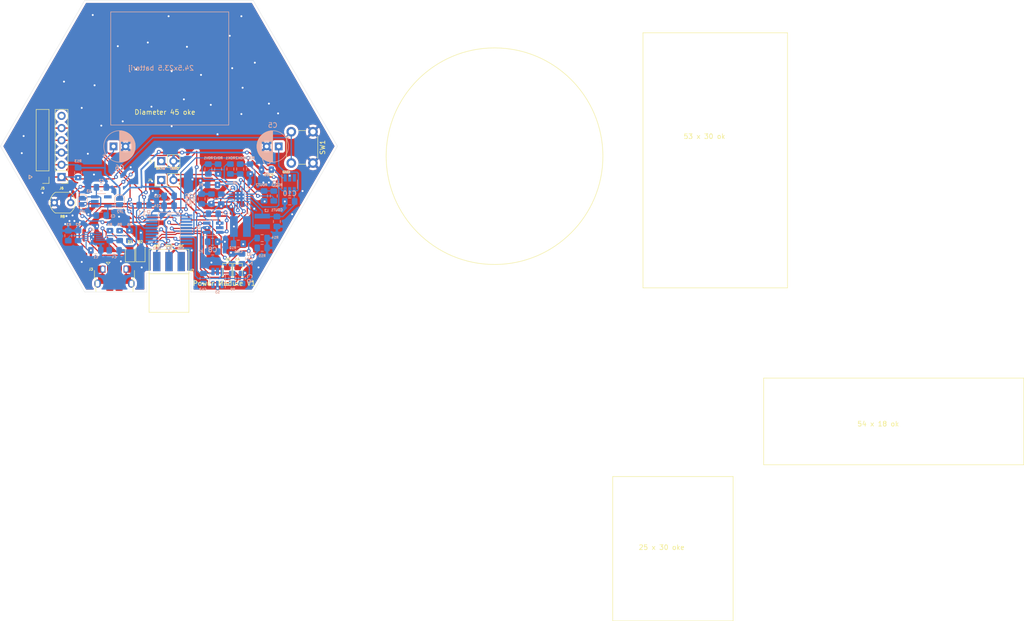
<source format=kicad_pcb>
(kicad_pcb (version 20171130) (host pcbnew "(5.1.5)-3")
  (layers (0 F.Cu signal) (31 B.Cu signal) (34 B.Paste user) (35 F.Paste user) (36 B.SilkS user) (37 F.SilkS user) (38 B.Mask user) (39 F.Mask user) (44 Edge.Cuts user))
  (net 0 "")
  (net 1 GND)
  (net 2 VUSB)
  (net 3 "Net-(C2-Pad1)")
  (net 4 "Net-(C3-Pad1)")
  (net 5 BAT+)
  (net 6 SOL+)
  (net 7 3V3)
  (net 8 VSTOR)
  (net 9 "Net-(CREF1-Pad1)")
  (net 10 "Net-(D1-Pad1)")
  (net 11 "Net-(D1-Pad2)")
  (net 12 "Net-(D2-Pad2)")
  (net 13 LED0)
  (net 14 "Net-(D3-Pad1)")
  (net 15 LED1)
  (net 16 "Net-(D4-Pad1)")
  (net 17 INT)
  (net 18 SDA)
  (net 19 SCL)
  (net 20 "Net-(J3-Pad6)")
  (net 21 MCLR)
  (net 22 ICSPDAT)
  (net 23 ICSPCLK)
  (net 24 "Net-(L1-Pad1)")
  (net 25 "Net-(L2-Pad2)")
  (net 26 "Net-(R2-Pad1)")
  (net 27 "Net-(R3-Pad1)")
  (net 28 "Net-(R6-Pad1)")
  (net 29 BAT_VOLTAGE)
  (net 30 HYST)
  (net 31 "Net-(ROK1-Pad1)")
  (net 32 PROG)
  (net 33 SET)
  (net 34 "Net-(ROV1-Pad2)")
  (net 35 BAT_MEAS_EN)
  (net 36 VBAT_OK_TO_MCU)
  (net 37 "Net-(D2-Pad1)")
  (net 38 3V3BUCK)
  (net 39 "Net-(C8-Pad1)")
  (net 40 "Net-(C9-Pad1)")
  (net 41 LDR_VOLTAGE)
  (net 42 LDR_MEAS_EN)
  (module BQ24040:BQ24040 (layer B.Cu) (at 105.553 97.447)
    (fp_text reference U1 (at 1 -2.197) (layer B.SilkS) (effects (font (size 0.5 0.5) (thickness 0.125)) (justify mirror)))
    (fp_text value BQ24040)
    (pad 1 smd rect (at -0.25 0) (size 1 0.2) (layers B.Cu B.Paste B.Mask) (net 2 VUSB))
    (pad 2 smd rect (at -0.25 -0.4) (size 1 0.2) (layers B.Cu B.Paste B.Mask) (net 26 "Net-(R2-Pad1)"))
    (pad 3 smd rect (at -0.25 -0.8) (size 1 0.2) (layers B.Cu B.Paste B.Mask) (net 1 GND))
    (pad 4 smd rect (at -0.25 -1.2) (size 1 0.2) (layers B.Cu B.Paste B.Mask) (net 27 "Net-(R3-Pad1)"))
    (pad 5 smd rect (at -0.25 -1.6) (size 1 0.2) (layers B.Cu B.Paste B.Mask) (net 10 "Net-(D1-Pad1)"))
    (pad 6 smd rect (at 2.25 -1.6) (size 1 0.2) (layers B.Cu B.Paste B.Mask))
    (pad 7 smd rect (at 2.25 -1.2) (size 1 0.2) (layers B.Cu B.Paste B.Mask) (net 1 GND))
    (pad 8 smd rect (at 2.25 -0.8) (size 1 0.2) (layers B.Cu B.Paste B.Mask) (net 37 "Net-(D2-Pad1)"))
    (pad 9 smd rect (at 2.25 -0.4) (size 1 0.2) (layers B.Cu B.Paste B.Mask) (net 28 "Net-(R6-Pad1)"))
    (pad 10 smd rect (at 2.25 0) (size 1 0.2) (layers B.Cu B.Paste B.Mask) (net 5 BAT+))
    (pad 11 smd rect (at 1 -0.8) (size 0.9 1.5) (layers B.Cu B.Paste B.Mask) (net 1 GND))
  )
  (module Capacitor_SMD:C_0805_2012Metric_Pad1.15x1.40mm_HandSolder (layer B.Cu) (at 107.315 99.568)
    (fp_text reference C1 (at 0 1.397) (layer B.SilkS) (effects (font (size 0.5 0.5) (thickness 0.125)) (justify mirror)))
    (fp_text value "1 uF")
    (pad 2 smd roundrect (at 1.025 0) (size 1.15 1.4) (layers B.Cu B.Paste B.Mask) (roundrect_rratio 0.217391) (net 1 GND))
    (pad 1 smd roundrect (at -1.025 0) (size 1.15 1.4) (layers B.Cu B.Paste B.Mask) (roundrect_rratio 0.217391) (net 2 VUSB))
  )
  (module Capacitor_SMD:C_0805_2012Metric_Pad1.15x1.40mm_HandSolder (layer B.Cu) (at 108.467 86.487)
    (fp_text reference C2 (at 0 -1.397) (layer B.SilkS) (effects (font (size 0.5 0.5) (thickness 0.125)) (justify mirror)))
    (fp_text value "1 uF")
    (pad 1 smd roundrect (at -1.025 0) (size 1.15 1.4) (layers B.Cu B.Paste B.Mask) (roundrect_rratio 0.217391) (net 3 "Net-(C2-Pad1)"))
    (pad 2 smd roundrect (at 1.025 0) (size 1.15 1.4) (layers B.Cu B.Paste B.Mask) (roundrect_rratio 0.217391) (net 1 GND))
  )
  (module Capacitor_SMD:C_0805_2012Metric_Pad1.15x1.40mm_HandSolder (layer B.Cu) (at 108.449 92.329 180)
    (fp_text reference C3 (at -2.422 -0.127) (layer B.SilkS) (effects (font (size 0.5 0.5) (thickness 0.125)) (justify mirror)))
    (fp_text value "1 uF")
    (pad 1 smd roundrect (at -1.025 0 180) (size 1.15 1.4) (layers B.Cu B.Paste B.Mask) (roundrect_rratio 0.217391) (net 4 "Net-(C3-Pad1)"))
    (pad 2 smd roundrect (at 1.025 0 180) (size 1.15 1.4) (layers B.Cu B.Paste B.Mask) (roundrect_rratio 0.217391) (net 1 GND))
  )
  (module Capacitor_SMD:C_0805_2012Metric_Pad1.15x1.40mm_HandSolder (layer B.Cu) (at 111.125 99.568)
    (fp_text reference C4 (at 0 1.397) (layer B.SilkS) (effects (font (size 0.5 0.5) (thickness 0.125)) (justify mirror)))
    (fp_text value "1 uF")
    (pad 1 smd roundrect (at -1.025 0) (size 1.15 1.4) (layers B.Cu B.Paste B.Mask) (roundrect_rratio 0.217391) (net 5 BAT+))
    (pad 2 smd roundrect (at 1.025 0) (size 1.15 1.4) (layers B.Cu B.Paste B.Mask) (roundrect_rratio 0.217391) (net 1 GND))
  )
  (module Capacitor_SMD:C_0805_2012Metric_Pad1.15x1.40mm_HandSolder (layer B.Cu) (at 131.699 91.948 180)
    (fp_text reference C11 (at -2.413 0) (layer B.SilkS) (effects (font (size 0.5 0.5) (thickness 0.125)) (justify mirror)))
    (fp_text value "1 uF")
    (pad 2 smd roundrect (at 1.025 0 180) (size 1.15 1.4) (layers B.Cu B.Paste B.Mask) (roundrect_rratio 0.217391) (net 1 GND))
    (pad 1 smd roundrect (at -1.025 0 180) (size 1.15 1.4) (layers B.Cu B.Paste B.Mask) (roundrect_rratio 0.217391) (net 7 3V3))
  )
  (module Capacitor_SMD:C_0805_2012Metric_Pad1.15x1.40mm_HandSolder (layer B.Cu) (at 129.667 105.401 270)
    (fp_text reference C12 (at 2.277 0.127 180) (layer B.SilkS) (effects (font (size 0.5 0.5) (thickness 0.125)) (justify mirror)))
    (fp_text value "1 uF")
    (pad 1 smd roundrect (at -1.025 0 270) (size 1.15 1.4) (layers B.Cu B.Paste B.Mask) (roundrect_rratio 0.217391) (net 5 BAT+))
    (pad 2 smd roundrect (at 1.025 0 270) (size 1.15 1.4) (layers B.Cu B.Paste B.Mask) (roundrect_rratio 0.217391) (net 1 GND))
  )
  (module Capacitor_SMD:C_0805_2012Metric_Pad1.15x1.40mm_HandSolder (layer B.Cu) (at 122.555 88.265)
    (fp_text reference C13 (at -2.413 0) (layer B.SilkS) (effects (font (size 0.5 0.5) (thickness 0.125)) (justify mirror)))
    (fp_text value "10 uF")
    (pad 2 smd roundrect (at 1.025 0) (size 1.15 1.4) (layers B.Cu B.Paste B.Mask) (roundrect_rratio 0.217391) (net 7 3V3))
    (pad 1 smd roundrect (at -1.025 0) (size 1.15 1.4) (layers B.Cu B.Paste B.Mask) (roundrect_rratio 0.217391) (net 1 GND))
  )
  (module Capacitor_SMD:C_0805_2012Metric_Pad1.15x1.40mm_HandSolder (layer B.Cu) (at 122.546 90.297)
    (fp_text reference C14 (at -2.404 0) (layer B.SilkS) (effects (font (size 0.5 0.5) (thickness 0.125)) (justify mirror)))
    (fp_text value "100 nF")
    (pad 2 smd roundrect (at 1.025 0) (size 1.15 1.4) (layers B.Cu B.Paste B.Mask) (roundrect_rratio 0.217391) (net 7 3V3))
    (pad 1 smd roundrect (at -1.025 0) (size 1.15 1.4) (layers B.Cu B.Paste B.Mask) (roundrect_rratio 0.217391) (net 1 GND))
  )
  (module Capacitor_SMD:C_0805_2012Metric_Pad1.15x1.40mm_HandSolder (layer B.Cu) (at 129.286 88.9 90)
    (fp_text reference CBYP1 (at 0 -3.048 270) (layer B.SilkS) (effects (font (size 0.5 0.5) (thickness 0.125)) (justify mirror)))
    (fp_text value "10 nF")
    (pad 2 smd roundrect (at 1.025 0 90) (size 1.15 1.4) (layers B.Cu B.Paste B.Mask) (roundrect_rratio 0.217391) (net 1 GND))
    (pad 1 smd roundrect (at -1.025 0 90) (size 1.15 1.4) (layers B.Cu B.Paste B.Mask) (roundrect_rratio 0.217391) (net 8 VSTOR))
  )
  (module Capacitor_SMD:C_0805_2012Metric_Pad1.15x1.40mm_HandSolder (layer B.Cu) (at 136.897 98.171)
    (fp_text reference CIN1 (at 0 1.65) (layer B.SilkS) (effects (font (size 0.5 0.5) (thickness 0.125)) (justify mirror)))
    (fp_text value "4.7 uF")
    (pad 1 smd roundrect (at -1.025 0) (size 1.15 1.4) (layers B.Cu B.Paste B.Mask) (roundrect_rratio 0.217391) (net 6 SOL+))
    (pad 2 smd roundrect (at 1.025 0) (size 1.15 1.4) (layers B.Cu B.Paste B.Mask) (roundrect_rratio 0.217391) (net 1 GND))
  )
  (module Capacitor_SMD:C_0805_2012Metric_Pad1.15x1.40mm_HandSolder (layer B.Cu) (at 144.907 93.59 270)
    (fp_text reference COUT1 (at -2.404 0 180) (layer B.SilkS) (effects (font (size 0.5 0.5) (thickness 0.125)) (justify mirror)))
    (fp_text value "22 uF")
    (pad 1 smd roundrect (at -1.025 0 270) (size 1.15 1.4) (layers B.Cu B.Paste B.Mask) (roundrect_rratio 0.217391) (net 38 3V3BUCK))
    (pad 2 smd roundrect (at 1.025 0 270) (size 1.15 1.4) (layers B.Cu B.Paste B.Mask) (roundrect_rratio 0.217391) (net 1 GND))
  )
  (module Capacitor_SMD:C_0805_2012Metric_Pad1.15x1.40mm_HandSolder (layer B.Cu) (at 133.35 88.909 270)
    (fp_text reference CREF1 (at -0.009 5.588 270) (layer B.SilkS) (effects (font (size 0.5 0.5) (thickness 0.125)) (justify mirror)))
    (fp_text value "10 nF")
    (pad 2 smd roundrect (at 1.025 0 270) (size 1.15 1.4) (layers B.Cu B.Paste B.Mask) (roundrect_rratio 0.217391) (net 1 GND))
    (pad 1 smd roundrect (at -1.025 0 270) (size 1.15 1.4) (layers B.Cu B.Paste B.Mask) (roundrect_rratio 0.217391) (net 9 "Net-(CREF1-Pad1)"))
  )
  (module Capacitor_SMD:C_0805_2012Metric_Pad1.15x1.40mm_HandSolder (layer B.Cu) (at 131.318 88.891 90)
    (fp_text reference CSTOR1 (at -0.263 -4.318 90) (layer B.SilkS) (effects (font (size 0.5 0.5) (thickness 0.125)) (justify mirror)))
    (fp_text value "4.7 uF")
    (pad 1 smd roundrect (at -1.025 0 90) (size 1.15 1.4) (layers B.Cu B.Paste B.Mask) (roundrect_rratio 0.217391) (net 8 VSTOR))
    (pad 2 smd roundrect (at 1.025 0 90) (size 1.15 1.4) (layers B.Cu B.Paste B.Mask) (roundrect_rratio 0.217391) (net 1 GND))
  )
  (module LED_SMD:LED_0805_2012Metric_Pad1.15x1.40mm_HandSolder (layer F.Cu) (at 114.427 100.085 90)
    (fp_text reference D1 (at 2.295 0 180) (layer F.SilkS) (effects (font (size 0.5 0.5) (thickness 0.125))))
    (fp_text value LED)
    (pad 1 smd roundrect (at -1.025 0 90) (size 1.15 1.4) (layers F.Cu F.Paste F.Mask) (roundrect_rratio 0.217391) (net 10 "Net-(D1-Pad1)"))
    (pad 2 smd roundrect (at 1.025 0 90) (size 1.15 1.4) (layers F.Cu F.Paste F.Mask) (roundrect_rratio 0.217391) (net 11 "Net-(D1-Pad2)"))
  )
  (module LED_SMD:LED_0805_2012Metric_Pad1.15x1.40mm_HandSolder (layer F.Cu) (at 116.586 100.076 90)
    (fp_text reference D2 (at 2.286 0 180) (layer F.SilkS) (effects (font (size 0.5 0.5) (thickness 0.125))))
    (fp_text value LED)
    (pad 1 smd roundrect (at -1.025 0 90) (size 1.15 1.4) (layers F.Cu F.Paste F.Mask) (roundrect_rratio 0.217391) (net 37 "Net-(D2-Pad1)"))
    (pad 2 smd roundrect (at 1.025 0 90) (size 1.15 1.4) (layers F.Cu F.Paste F.Mask) (roundrect_rratio 0.217391) (net 12 "Net-(D2-Pad2)"))
  )
  (module LED_SMD:LED_0805_2012Metric_Pad1.15x1.40mm_HandSolder (layer F.Cu) (at 134.62 104.149 270)
    (fp_text reference D3 (at -2.676 -0.127 180) (layer F.SilkS) (effects (font (size 0.5 0.5) (thickness 0.125))))
    (fp_text value LED)
    (pad 2 smd roundrect (at 1.025 0 270) (size 1.15 1.4) (layers F.Cu F.Paste F.Mask) (roundrect_rratio 0.217391) (net 13 LED0))
    (pad 1 smd roundrect (at -1.025 0 270) (size 1.15 1.4) (layers F.Cu F.Paste F.Mask) (roundrect_rratio 0.217391) (net 14 "Net-(D3-Pad1)"))
  )
  (module LED_SMD:LED_0805_2012Metric_Pad1.15x1.40mm_HandSolder (layer F.Cu) (at 136.779 104.149 270)
    (fp_text reference D4 (at -2.676 0 180) (layer F.SilkS) (effects (font (size 0.5 0.5) (thickness 0.125))))
    (fp_text value LED)
    (pad 2 smd roundrect (at 1.025 0 270) (size 1.15 1.4) (layers F.Cu F.Paste F.Mask) (roundrect_rratio 0.217391) (net 15 LED1))
    (pad 1 smd roundrect (at -1.025 0 270) (size 1.15 1.4) (layers F.Cu F.Paste F.Mask) (roundrect_rratio 0.217391) (net 16 "Net-(D4-Pad1)"))
  )
  (module Connector_PinHeader_2.54mm:PinHeader_1x02_P2.54mm_Vertical (layer F.Cu) (at 120.904 81.026 90)
    (fp_text reference J1 (at 0 -2.33 90) (layer F.SilkS) (effects (font (size 0.5 0.5) (thickness 0.125))))
    (fp_text value Conn_01x02)
    (pad 1 thru_hole rect (at 0 0 90) (size 1.7 1.7) (drill 1) (layers *.Cu *.Mask) (net 6 SOL+))
    (pad 2 thru_hole oval (at 0 2.54 90) (size 1.7 1.7) (drill 1) (layers *.Cu *.Mask) (net 1 GND))
  )
  (module USB_Micro:USB_Micro (layer F.Cu) (at 105.791 105.156)
    (fp_text reference J3 (at 0.508 -1.651) (layer F.SilkS) (effects (font (size 0.5 0.5) (thickness 0.125))))
    (fp_text value USB_B_Micro)
    (fp_text user " " (at 7.3479 -3.15926) (layer F.SilkS) (effects (font (size 0.5 0.5) (thickness 0.125))))
    (pad 6 smd rect (at 4.4379 1.59074 90) (size 2.5 1.43) (layers F.Cu F.Paste F.Mask) (net 20 "Net-(J3-Pad6)"))
    (pad 6 smd rect (at 2.5479 -1.65926) (size 2 1.5) (layers F.Cu F.Paste F.Mask) (net 20 "Net-(J3-Pad6)"))
    (pad 6 smd rect (at 8.1479 0.39074) (size 1.35 2) (layers F.Cu F.Paste F.Mask) (net 20 "Net-(J3-Pad6)"))
    (pad 6 smd rect (at 2.6679 0.39074) (size 1.35 2) (layers F.Cu F.Paste F.Mask) (net 20 "Net-(J3-Pad6)"))
    (pad 3 smd rect (at 5.3979 -1.55926 90) (size 1.65 0.4) (layers F.Cu F.Paste F.Mask))
    (pad 6 thru_hole oval (at 8.8979 1.32074 90) (size 1.7 1.35) (drill oval 1.2 0.7) (layers *.Cu *.Mask) (net 20 "Net-(J3-Pad6)"))
    (pad 6 thru_hole oval (at 2.9779 -1.67926 90) (size 1.5 1.1) (drill oval 1.05 0.65) (layers *.Cu *.Mask) (net 20 "Net-(J3-Pad6)"))
    (pad 6 thru_hole oval (at 7.8179 -1.67926 90) (size 1.5 1.1) (drill oval 1.05 0.65) (layers *.Cu *.Mask) (net 20 "Net-(J3-Pad6)"))
    (pad 5 smd rect (at 6.6979 -1.55926 90) (size 1.65 0.4) (layers F.Cu F.Paste F.Mask) (net 1 GND))
    (pad 4 smd rect (at 6.0479 -1.55926 90) (size 1.65 0.4) (layers F.Cu F.Paste F.Mask))
    (pad 6 smd rect (at 8.3979 -0.35926) (size 1.825 0.7) (layers F.Cu F.Paste F.Mask) (net 20 "Net-(J3-Pad6)"))
    (pad 1 smd rect (at 4.0979 -1.55926 90) (size 1.65 0.4) (layers F.Cu F.Paste F.Mask) (net 2 VUSB))
    (pad 6 smd rect (at 8.2979 -1.67926) (size 2 1.5) (layers F.Cu F.Paste F.Mask) (net 20 "Net-(J3-Pad6)"))
    (pad 6 smd rect (at 2.4479 -0.35926) (size 1.825 0.7) (layers F.Cu F.Paste F.Mask) (net 20 "Net-(J3-Pad6)"))
    (pad 2 smd rect (at 4.7479 -1.55926 90) (size 1.65 0.4) (layers F.Cu F.Paste F.Mask))
    (pad 6 thru_hole oval (at 1.8979 1.32074 90) (size 1.7 1.35) (drill oval 1.2 0.7) (layers *.Cu *.Mask) (net 20 "Net-(J3-Pad6)"))
    (pad 6 smd rect (at 6.3579 1.59074 90) (size 2.5 1.43) (layers F.Cu F.Paste F.Mask) (net 20 "Net-(J3-Pad6)"))
  )
  (module Connector_PinHeader_2.54mm:PinHeader_1x02_P2.54mm_Vertical (layer F.Cu) (at 120.904 84.963 90)
    (fp_text reference J4 (at 0 -2.33 180) (layer F.SilkS) (effects (font (size 0.5 0.5) (thickness 0.125))))
    (fp_text value Conn_01x02_battery)
    (pad 2 thru_hole oval (at 0 2.54 90) (size 1.7 1.7) (drill 1) (layers *.Cu *.Mask) (net 1 GND))
    (pad 1 thru_hole rect (at 0 0 90) (size 1.7 1.7) (drill 1) (layers *.Cu *.Mask) (net 5 BAT+))
  )
  (module Connector_PinHeader_2.54mm:PinHeader_1x06_P2.54mm_Vertical (layer F.Cu) (at 96.266 84.328 180)
    (fp_text reference J5 (at 0 -2.33) (layer F.SilkS) (effects (font (size 0.5 0.5) (thickness 0.125))))
    (fp_text value Conn_01x06_programmer)
    (pad 1 smd rect (at 0 0 180) (size 1.7 1.7) (layers F.Cu F.Paste F.Mask) (net 21 MCLR))
    (pad 2 smd oval (at 0 2.54 180) (size 1.7 1.7) (layers F.Cu F.Paste F.Mask) (net 7 3V3))
    (pad 3 smd oval (at 0 5.08 180) (size 1.7 1.7) (layers F.Cu F.Paste F.Mask) (net 1 GND))
    (pad 4 smd oval (at 0 7.62 180) (size 1.7 1.7) (layers F.Cu F.Paste F.Mask) (net 22 ICSPDAT))
    (pad 5 smd oval (at 0 10.16 180) (size 1.7 1.7) (layers F.Cu F.Paste F.Mask) (net 23 ICSPCLK))
    (pad 6 smd oval (at 0 12.7 180) (size 1.7 1.7) (layers F.Cu F.Paste F.Mask))
  )
  (module Connector_PinHeader_2.54mm:PinHeader_1x06_P2.54mm_Vertical (layer F.Cu) (at 100.203 84.328 180)
    (fp_text reference J6 (at 0 -2.33) (layer F.SilkS) (effects (font (size 0.5 0.5) (thickness 0.125))))
    (fp_text value Conn_01x06_programmer)
    (pad 6 thru_hole oval (at 0 12.7 180) (size 1.7 1.7) (drill 1) (layers *.Cu *.Mask))
    (pad 5 thru_hole oval (at 0 10.16 180) (size 1.7 1.7) (drill 1) (layers *.Cu *.Mask) (net 23 ICSPCLK))
    (pad 4 thru_hole oval (at 0 7.62 180) (size 1.7 1.7) (drill 1) (layers *.Cu *.Mask) (net 22 ICSPDAT))
    (pad 3 thru_hole oval (at 0 5.08 180) (size 1.7 1.7) (drill 1) (layers *.Cu *.Mask) (net 1 GND))
    (pad 2 thru_hole oval (at 0 2.54 180) (size 1.7 1.7) (drill 1) (layers *.Cu *.Mask) (net 7 3V3))
    (pad 1 thru_hole rect (at 0 0 180) (size 1.7 1.7) (drill 1) (layers *.Cu *.Mask) (net 21 MCLR))
  )
  (module Jumper:SolderJumper-2_P1.3mm_Open_RoundedPad1.0x1.5mm (layer B.Cu) (at 104.521 89.393 90)
    (fp_text reference JP1 (at -2.174 0) (layer B.SilkS) (effects (font (size 0.5 0.5) (thickness 0.125)) (justify mirror)))
    (fp_text value SolderJumper_2_Open)
    (pad 1 smd custom (at -0.65 0 90) (size 1 0.5) (layers B.Cu B.Mask) (net 5 BAT+) (options (clearance outline) (anchor rect)) (primitives (gr_circle (center 0 -0.25) (end 0.5 -0.25) (width 0)) (gr_circle (center 0 0.25) (end 0.5 0.25) (width 0)) (gr_poly (pts (xy 0 0.75) (xy 0.5 0.75) (xy 0.5 -0.75) (xy 0 -0.75)) (width 0))))
    (pad 2 smd custom (at 0.65 0 90) (size 1 0.5) (layers B.Cu B.Mask) (net 3 "Net-(C2-Pad1)") (options (clearance outline) (anchor rect)) (primitives (gr_circle (center 0 -0.25) (end 0.5 -0.25) (width 0)) (gr_circle (center 0 0.25) (end 0.5 0.25) (width 0)) (gr_poly (pts (xy 0 0.75) (xy -0.5 0.75) (xy -0.5 -0.75) (xy 0 -0.75)) (width 0))))
  )
  (module Jumper:SolderJumper-2_P1.3mm_Open_RoundedPad1.0x1.5mm (layer B.Cu) (at 112.268 89.423 270)
    (fp_text reference JP2 (at 2.144 -0.127) (layer B.SilkS) (effects (font (size 0.5 0.5) (thickness 0.125)) (justify mirror)))
    (fp_text value SolderJumper_2_Open)
    (pad 2 smd custom (at 0.65 0 270) (size 1 0.5) (layers B.Cu B.Mask) (net 4 "Net-(C3-Pad1)") (options (clearance outline) (anchor rect)) (primitives (gr_circle (center 0 -0.25) (end 0.5 -0.25) (width 0)) (gr_circle (center 0 0.25) (end 0.5 0.25) (width 0)) (gr_poly (pts (xy 0 0.75) (xy -0.5 0.75) (xy -0.5 -0.75) (xy 0 -0.75)) (width 0))))
    (pad 1 smd custom (at -0.65 0 270) (size 1 0.5) (layers B.Cu B.Mask) (net 7 3V3) (options (clearance outline) (anchor rect)) (primitives (gr_circle (center 0 -0.25) (end 0.5 -0.25) (width 0)) (gr_circle (center 0 0.25) (end 0.5 0.25) (width 0)) (gr_poly (pts (xy 0 0.75) (xy 0.5 0.75) (xy 0.5 -0.75) (xy 0 -0.75)) (width 0))))
  )
  (module inductor_744031220_22uH:Inductor_744031220_22uH (layer B.Cu) (at 138.684 94.615 90)
    (fp_text reference L1 (at 2.794 0.127) (layer B.SilkS) (effects (font (size 0.5 0.5) (thickness 0.125)) (justify mirror)))
    (fp_text value "22 uH")
    (pad 1 smd rect (at 0 0 90) (size 4.3 1.6) (layers B.Cu B.Paste B.Mask) (net 24 "Net-(L1-Pad1)"))
    (pad 2 smd rect (at 0 -2.7 90) (size 4.3 1.6) (layers B.Cu B.Paste B.Mask) (net 6 SOL+))
  )
  (module Inductor_744029100_10uH:Inductor_744029100_10uH (layer B.Cu) (at 141.859 92.456 180)
    (fp_text reference L2 (at -0.889 1.143) (layer B.SilkS) (effects (font (size 0.5 0.5) (thickness 0.125)) (justify mirror)))
    (fp_text value "10 uH")
    (pad 1 smd rect (at 0 0 180) (size 3.2 1) (layers B.Cu B.Paste B.Mask) (net 38 3V3BUCK))
    (pad 2 smd rect (at 0 -2.2 180) (size 3.2 1) (layers B.Cu B.Paste B.Mask) (net 25 "Net-(L2-Pad2)"))
  )
  (module Resistor_SMD:R_0805_2012Metric_Pad1.15x1.40mm_HandSolder (layer B.Cu) (at 131.563 85.979 180)
    (fp_text reference R1 (at 2.404 0 180) (layer B.SilkS) (effects (font (size 0.5 0.5) (thickness 0.125)) (justify mirror)))
    (fp_text value 10k)
    (pad 1 smd roundrect (at -1.025 0 180) (size 1.15 1.4) (layers B.Cu B.Paste B.Mask) (roundrect_rratio 0.217391) (net 2 VUSB))
    (pad 2 smd roundrect (at 1.025 0 180) (size 1.15 1.4) (layers B.Cu B.Paste B.Mask) (roundrect_rratio 0.217391) (net 1 GND))
  )
  (module Resistor_SMD:R_0805_2012Metric_Pad1.15x1.40mm_HandSolder (layer B.Cu) (at 103.632 96.511 90)
    (fp_text reference R2 (at 2.277 0) (layer B.SilkS) (effects (font (size 0.5 0.5) (thickness 0.125)) (justify mirror)))
    (fp_text value 1k)
    (pad 2 smd roundrect (at 1.025 0 90) (size 1.15 1.4) (layers B.Cu B.Paste B.Mask) (roundrect_rratio 0.217391) (net 1 GND))
    (pad 1 smd roundrect (at -1.025 0 90) (size 1.15 1.4) (layers B.Cu B.Paste B.Mask) (roundrect_rratio 0.217391) (net 26 "Net-(R2-Pad1)"))
  )
  (module Resistor_SMD:R_0805_2012Metric_Pad1.15x1.40mm_HandSolder (layer B.Cu) (at 101.6 96.529 90)
    (fp_text reference R3 (at 2.295 0.127) (layer B.SilkS) (effects (font (size 0.5 0.5) (thickness 0.125)) (justify mirror)))
    (fp_text value 2k)
    (pad 1 smd roundrect (at -1.025 0 90) (size 1.15 1.4) (layers B.Cu B.Paste B.Mask) (roundrect_rratio 0.217391) (net 27 "Net-(R3-Pad1)"))
    (pad 2 smd roundrect (at 1.025 0 90) (size 1.15 1.4) (layers B.Cu B.Paste B.Mask) (roundrect_rratio 0.217391) (net 1 GND))
  )
  (module Resistor_SMD:R_0805_2012Metric_Pad1.15x1.40mm_HandSolder (layer B.Cu) (at 110.236 96.511 270)
    (fp_text reference R4 (at -2.277 0) (layer B.SilkS) (effects (font (size 0.5 0.5) (thickness 0.125)) (justify mirror)))
    (fp_text value 1.5k)
    (pad 2 smd roundrect (at 1.025 0 270) (size 1.15 1.4) (layers B.Cu B.Paste B.Mask) (roundrect_rratio 0.217391) (net 5 BAT+))
    (pad 1 smd roundrect (at -1.025 0 270) (size 1.15 1.4) (layers B.Cu B.Paste B.Mask) (roundrect_rratio 0.217391) (net 11 "Net-(D1-Pad2)"))
  )
  (module Resistor_SMD:R_0805_2012Metric_Pad1.15x1.40mm_HandSolder (layer B.Cu) (at 112.268 96.511 270)
    (fp_text reference R5 (at -2.277 0) (layer B.SilkS) (effects (font (size 0.5 0.5) (thickness 0.125)) (justify mirror)))
    (fp_text value 1.5k)
    (pad 1 smd roundrect (at -1.025 0 270) (size 1.15 1.4) (layers B.Cu B.Paste B.Mask) (roundrect_rratio 0.217391) (net 12 "Net-(D2-Pad2)"))
    (pad 2 smd roundrect (at 1.025 0 270) (size 1.15 1.4) (layers B.Cu B.Paste B.Mask) (roundrect_rratio 0.217391) (net 5 BAT+))
  )
  (module Resistor_SMD:R_0805_2012Metric_Pad1.15x1.40mm_HandSolder (layer B.Cu) (at 114.3 96.52 90)
    (fp_text reference R6 (at 2.286 0) (layer B.SilkS) (effects (font (size 0.5 0.5) (thickness 0.125)) (justify mirror)))
    (fp_text value 10k)
    (pad 1 smd roundrect (at -1.025 0 90) (size 1.15 1.4) (layers B.Cu B.Paste B.Mask) (roundrect_rratio 0.217391) (net 28 "Net-(R6-Pad1)"))
    (pad 2 smd roundrect (at 1.025 0 90) (size 1.15 1.4) (layers B.Cu B.Paste B.Mask) (roundrect_rratio 0.217391) (net 1 GND))
  )
  (module Resistor_SMD:R_0805_2012Metric_Pad1.15x1.40mm_HandSolder (layer B.Cu) (at 131.572 99.822)
    (fp_text reference R7 (at -2.404 0) (layer B.SilkS) (effects (font (size 0.5 0.5) (thickness 0.125)) (justify mirror)))
    (fp_text value 10k)
    (pad 1 smd roundrect (at -1.025 0) (size 1.15 1.4) (layers B.Cu B.Paste B.Mask) (roundrect_rratio 0.217391) (net 39 "Net-(C8-Pad1)"))
    (pad 2 smd roundrect (at 1.025 0) (size 1.15 1.4) (layers B.Cu B.Paste B.Mask) (roundrect_rratio 0.217391) (net 41 LDR_VOLTAGE))
  )
  (module Resistor_SMD:R_0805_2012Metric_Pad1.15x1.40mm_HandSolder (layer B.Cu) (at 135.636 105.401 90)
    (fp_text reference R9 (at -2.277 0.127 180) (layer B.SilkS) (effects (font (size 0.5 0.5) (thickness 0.125)) (justify mirror)))
    (fp_text value 10k)
    (pad 2 smd roundrect (at 1.025 0 90) (size 1.15 1.4) (layers B.Cu B.Paste B.Mask) (roundrect_rratio 0.217391) (net 29 BAT_VOLTAGE))
    (pad 1 smd roundrect (at -1.025 0 90) (size 1.15 1.4) (layers B.Cu B.Paste B.Mask) (roundrect_rratio 0.217391) (net 40 "Net-(C9-Pad1)"))
  )
  (module Resistor_SMD:R_0805_2012Metric_Pad1.15x1.40mm_HandSolder (layer B.Cu) (at 135.636 101.346 90)
    (fp_text reference R10 (at 2.295 0.127 180) (layer B.SilkS) (effects (font (size 0.5 0.5) (thickness 0.125)) (justify mirror)))
    (fp_text value 8.2k)
    (pad 1 smd roundrect (at -1.025 0 90) (size 1.15 1.4) (layers B.Cu B.Paste B.Mask) (roundrect_rratio 0.217391) (net 29 BAT_VOLTAGE))
    (pad 2 smd roundrect (at 1.025 0 90) (size 1.15 1.4) (layers B.Cu B.Paste B.Mask) (roundrect_rratio 0.217391) (net 1 GND))
  )
  (module Resistor_SMD:R_0805_2012Metric_Pad1.15x1.40mm_HandSolder (layer B.Cu) (at 103.632 83.439 270)
    (fp_text reference R13 (at -2.413 0) (layer B.SilkS) (effects (font (size 0.5 0.5) (thickness 0.125)) (justify mirror)))
    (fp_text value 10k)
    (pad 2 smd roundrect (at 1.025 0 270) (size 1.15 1.4) (layers B.Cu B.Paste B.Mask) (roundrect_rratio 0.217391) (net 21 MCLR))
    (pad 1 smd roundrect (at -1.025 0 270) (size 1.15 1.4) (layers B.Cu B.Paste B.Mask) (roundrect_rratio 0.217391) (net 7 3V3))
  )
  (module Resistor_SMD:R_0805_2012Metric_Pad1.15x1.40mm_HandSolder (layer B.Cu) (at 141.85 97.028)
    (fp_text reference R14 (at 2.676 -0.127) (layer B.SilkS) (effects (font (size 0.5 0.5) (thickness 0.125)) (justify mirror)))
    (fp_text value 470)
    (pad 2 smd roundrect (at 1.025 0) (size 1.15 1.4) (layers B.Cu B.Paste B.Mask) (roundrect_rratio 0.217391) (net 1 GND))
    (pad 1 smd roundrect (at -1.025 0) (size 1.15 1.4) (layers B.Cu B.Paste B.Mask) (roundrect_rratio 0.217391) (net 14 "Net-(D3-Pad1)"))
  )
  (module Resistor_SMD:R_0805_2012Metric_Pad1.15x1.40mm_HandSolder (layer B.Cu) (at 141.85 99.06)
    (fp_text reference R15 (at 0 1.65) (layer B.SilkS) (effects (font (size 0.5 0.5) (thickness 0.125)) (justify mirror)))
    (fp_text value 470)
    (pad 1 smd roundrect (at -1.025 0) (size 1.15 1.4) (layers B.Cu B.Paste B.Mask) (roundrect_rratio 0.217391) (net 16 "Net-(D4-Pad1)"))
    (pad 2 smd roundrect (at 1.025 0) (size 1.15 1.4) (layers B.Cu B.Paste B.Mask) (roundrect_rratio 0.217391) (net 1 GND))
  )
  (module Resistor_SMD:R_0805_2012Metric_Pad1.15x1.40mm_HandSolder (layer B.Cu) (at 135.255 82.668 270)
    (fp_text reference ROK1 (at -2.277 0 180) (layer B.SilkS) (effects (font (size 0.5 0.5) (thickness 0.125)) (justify mirror)))
    (fp_text value "1.9 M")
    (pad 2 smd roundrect (at 1.025 0 270) (size 1.15 1.4) (layers B.Cu B.Paste B.Mask) (roundrect_rratio 0.217391) (net 30 HYST))
    (pad 1 smd roundrect (at -1.025 0 270) (size 1.15 1.4) (layers B.Cu B.Paste B.Mask) (roundrect_rratio 0.217391) (net 31 "Net-(ROK1-Pad1)"))
  )
  (module Resistor_SMD:R_0805_2012Metric_Pad1.15x1.40mm_HandSolder (layer B.Cu) (at 137.287 82.677 90)
    (fp_text reference ROK2 (at 2.286 0 180) (layer B.SilkS) (effects (font (size 0.5 0.5) (thickness 0.125)) (justify mirror)))
    (fp_text value "5.49 M")
    (pad 1 smd roundrect (at -1.025 0 90) (size 1.15 1.4) (layers B.Cu B.Paste B.Mask) (roundrect_rratio 0.217391) (net 30 HYST))
    (pad 2 smd roundrect (at 1.025 0 90) (size 1.15 1.4) (layers B.Cu B.Paste B.Mask) (roundrect_rratio 0.217391) (net 32 PROG))
  )
  (module Resistor_SMD:R_0805_2012Metric_Pad1.15x1.40mm_HandSolder (layer B.Cu) (at 139.319 82.668 270)
    (fp_text reference ROK3 (at -2.277 0 180) (layer B.SilkS) (effects (font (size 0.5 0.5) (thickness 0.125)) (justify mirror)))
    (fp_text value 5.62M)
    (pad 2 smd roundrect (at 1.025 0 270) (size 1.15 1.4) (layers B.Cu B.Paste B.Mask) (roundrect_rratio 0.217391) (net 1 GND))
    (pad 1 smd roundrect (at -1.025 0 270) (size 1.15 1.4) (layers B.Cu B.Paste B.Mask) (roundrect_rratio 0.217391) (net 32 PROG))
  )
  (module Resistor_SMD:R_0805_2012Metric_Pad1.15x1.40mm_HandSolder (layer B.Cu) (at 144.272 88.274 90)
    (fp_text reference ROUT1 (at 2.295 0.635 180) (layer B.SilkS) (effects (font (size 0.5 0.5) (thickness 0.125)) (justify mirror)))
    (fp_text value "8.25 M")
    (pad 1 smd roundrect (at -1.025 0 90) (size 1.15 1.4) (layers B.Cu B.Paste B.Mask) (roundrect_rratio 0.217391) (net 31 "Net-(ROK1-Pad1)"))
    (pad 2 smd roundrect (at 1.025 0 90) (size 1.15 1.4) (layers B.Cu B.Paste B.Mask) (roundrect_rratio 0.217391) (net 33 SET))
  )
  (module Resistor_SMD:R_0805_2012Metric_Pad1.15x1.40mm_HandSolder (layer B.Cu) (at 142.24 88.256 270)
    (fp_text reference ROUT2 (at -2.277 0.508 180) (layer B.SilkS) (effects (font (size 0.5 0.5) (thickness 0.125)) (justify mirror)))
    (fp_text value "4.75 M")
    (pad 2 smd roundrect (at 1.025 0 270) (size 1.15 1.4) (layers B.Cu B.Paste B.Mask) (roundrect_rratio 0.217391) (net 1 GND))
    (pad 1 smd roundrect (at -1.025 0 270) (size 1.15 1.4) (layers B.Cu B.Paste B.Mask) (roundrect_rratio 0.217391) (net 33 SET))
  )
  (module Resistor_SMD:R_0805_2012Metric_Pad1.15x1.40mm_HandSolder (layer B.Cu) (at 130.683 82.686 90)
    (fp_text reference ROV1 (at 2.295 0 180) (layer B.SilkS) (effects (font (size 0.5 0.5) (thickness 0.125)) (justify mirror)))
    (fp_text value "7.32 M")
    (pad 2 smd roundrect (at 1.025 0 90) (size 1.15 1.4) (layers B.Cu B.Paste B.Mask) (roundrect_rratio 0.217391) (net 34 "Net-(ROV1-Pad2)"))
    (pad 1 smd roundrect (at -1.025 0 90) (size 1.15 1.4) (layers B.Cu B.Paste B.Mask) (roundrect_rratio 0.217391) (net 31 "Net-(ROK1-Pad1)"))
  )
  (module Resistor_SMD:R_0805_2012Metric_Pad1.15x1.40mm_HandSolder (layer B.Cu) (at 132.715 82.686 270)
    (fp_text reference ROV2 (at -2.295 0 180) (layer B.SilkS) (effects (font (size 0.5 0.5) (thickness 0.125)) (justify mirror)))
    (fp_text value "5.61 M")
    (pad 1 smd roundrect (at -1.025 0 270) (size 1.15 1.4) (layers B.Cu B.Paste B.Mask) (roundrect_rratio 0.217391) (net 34 "Net-(ROV1-Pad2)"))
    (pad 2 smd roundrect (at 1.025 0 270) (size 1.15 1.4) (layers B.Cu B.Paste B.Mask) (roundrect_rratio 0.217391) (net 1 GND))
  )
  (module Package_TO_SOT_SMD:SOT-23-6_Handsoldering (layer B.Cu) (at 131.699 94.869)
    (fp_text reference S2 (at -3.048 0) (layer B.SilkS) (effects (font (size 0.5 0.5) (thickness 0.125)) (justify mirror)))
    (fp_text value TPS22860)
    (pad 1 smd rect (at -1.35 0.95) (size 1.56 0.65) (layers B.Cu B.Paste B.Mask) (net 39 "Net-(C8-Pad1)"))
    (pad 2 smd rect (at -1.35 0) (size 1.56 0.65) (layers B.Cu B.Paste B.Mask) (net 1 GND))
    (pad 3 smd rect (at -1.35 -0.95) (size 1.56 0.65) (layers B.Cu B.Paste B.Mask))
    (pad 4 smd rect (at 1.35 -0.95) (size 1.56 0.65) (layers B.Cu B.Paste B.Mask) (net 7 3V3))
    (pad 6 smd rect (at 1.35 0.95) (size 1.56 0.65) (layers B.Cu B.Paste B.Mask) (net 42 LDR_MEAS_EN))
    (pad 5 smd rect (at 1.35 0) (size 1.56 0.65) (layers B.Cu B.Paste B.Mask) (net 7 3V3))
  )
  (module Package_TO_SOT_SMD:SOT-23-6_Handsoldering (layer B.Cu) (at 132.588 105.33 90)
    (fp_text reference S3 (at -2.921 0 180) (layer B.SilkS) (effects (font (size 0.5 0.5) (thickness 0.125)) (justify mirror)))
    (fp_text value TPS22860)
    (pad 5 smd rect (at 1.35 0 90) (size 1.56 0.65) (layers B.Cu B.Paste B.Mask) (net 5 BAT+))
    (pad 6 smd rect (at 1.35 0.95 90) (size 1.56 0.65) (layers B.Cu B.Paste B.Mask) (net 35 BAT_MEAS_EN))
    (pad 4 smd rect (at 1.35 -0.95 90) (size 1.56 0.65) (layers B.Cu B.Paste B.Mask) (net 5 BAT+))
    (pad 3 smd rect (at -1.35 -0.95 90) (size 1.56 0.65) (layers B.Cu B.Paste B.Mask))
    (pad 2 smd rect (at -1.35 0 90) (size 1.56 0.65) (layers B.Cu B.Paste B.Mask) (net 1 GND))
    (pad 1 smd rect (at -1.35 0.95 90) (size 1.56 0.65) (layers B.Cu B.Paste B.Mask) (net 40 "Net-(C9-Pad1)"))
  )
  (module Package_DFN_QFN:QFN-20-1EP_3.5x3.5mm_P0.5mm_EP2x2mm (layer B.Cu) (at 137.16 88.392)
    (fp_text reference U2 (at -0.889 -2.794) (layer B.SilkS) (effects (font (size 0.5 0.5) (thickness 0.125)) (justify mirror)))
    (fp_text value BQ25570)
    (pad 21 smd roundrect (at 0 0) (size 2 2) (layers B.Cu B.Mask) (roundrect_rratio 0.125) (net 1 GND))
    (pad 1 smd roundrect (at -1.6875 1) (size 0.875 0.25) (layers B.Cu B.Paste B.Mask) (net 1 GND))
    (pad 2 smd roundrect (at -1.6875 0.5) (size 0.875 0.25) (layers B.Cu B.Paste B.Mask) (net 6 SOL+))
    (pad 3 smd roundrect (at -1.6875 0) (size 0.875 0.25) (layers B.Cu B.Paste B.Mask) (net 8 VSTOR))
    (pad 4 smd roundrect (at -1.6875 -0.5) (size 0.875 0.25) (layers B.Cu B.Paste B.Mask) (net 9 "Net-(CREF1-Pad1)"))
    (pad 5 smd roundrect (at -1.6875 -1) (size 0.875 0.25) (layers B.Cu B.Paste B.Mask) (net 2 VUSB))
    (pad 6 smd roundrect (at -1 -1.6875) (size 0.25 0.875) (layers B.Cu B.Paste B.Mask) (net 8 VSTOR))
    (pad 7 smd roundrect (at -0.5 -1.6875) (size 0.25 0.875) (layers B.Cu B.Paste B.Mask) (net 34 "Net-(ROV1-Pad2)"))
    (pad 8 smd roundrect (at 0 -1.6875) (size 0.25 0.875) (layers B.Cu B.Paste B.Mask) (net 31 "Net-(ROK1-Pad1)"))
    (pad 9 smd roundrect (at 0.5 -1.6875) (size 0.25 0.875) (layers B.Cu B.Paste B.Mask) (net 1 GND))
    (pad 10 smd roundrect (at 1 -1.6875) (size 0.25 0.875) (layers B.Cu B.Paste B.Mask) (net 30 HYST))
    (pad 11 smd roundrect (at 1.6875 -1) (size 0.875 0.25) (layers B.Cu B.Paste B.Mask) (net 32 PROG))
    (pad 12 smd roundrect (at 1.6875 -0.5) (size 0.875 0.25) (layers B.Cu B.Paste B.Mask) (net 33 SET))
    (pad 13 smd roundrect (at 1.6875 0) (size 0.875 0.25) (layers B.Cu B.Paste B.Mask) (net 36 VBAT_OK_TO_MCU))
    (pad 14 smd roundrect (at 1.6875 0.5) (size 0.875 0.25) (layers B.Cu B.Paste B.Mask) (net 38 3V3BUCK))
    (pad 15 smd roundrect (at 1.6875 1) (size 0.875 0.25) (layers B.Cu B.Paste B.Mask) (net 1 GND))
    (pad 16 smd roundrect (at 1 1.6875) (size 0.25 0.875) (layers B.Cu B.Paste B.Mask) (net 25 "Net-(L2-Pad2)"))
    (pad 17 smd roundrect (at 0.5 1.6875) (size 0.25 0.875) (layers B.Cu B.Paste B.Mask) (net 1 GND))
    (pad 18 smd roundrect (at 0 1.6875) (size 0.25 0.875) (layers B.Cu B.Paste B.Mask) (net 5 BAT+))
    (pad 19 smd roundrect (at -0.5 1.6875) (size 0.25 0.875) (layers B.Cu B.Paste B.Mask) (net 8 VSTOR))
    (pad 20 smd roundrect (at -1 1.6875) (size 0.25 0.875) (layers B.Cu B.Paste B.Mask) (net 24 "Net-(L1-Pad1)"))
  )
  (module Package_TO_SOT_SMD:SOT-23-5_HandSoldering (layer B.Cu) (at 108.458 89.408)
    (fp_text reference U3 (at -2.54 -2.159) (layer B.SilkS) (effects (font (size 0.5 0.5) (thickness 0.125)) (justify mirror)))
    (fp_text value TPS705)
    (pad 1 smd rect (at -1.35 0.95) (size 1.56 0.65) (layers B.Cu B.Paste B.Mask) (net 3 "Net-(C2-Pad1)"))
    (pad 2 smd rect (at -1.35 0) (size 1.56 0.65) (layers B.Cu B.Paste B.Mask) (net 1 GND))
    (pad 3 smd rect (at -1.35 -0.95) (size 1.56 0.65) (layers B.Cu B.Paste B.Mask) (net 3 "Net-(C2-Pad1)"))
    (pad 4 smd rect (at 1.35 -0.95) (size 1.56 0.65) (layers B.Cu B.Paste B.Mask))
    (pad 5 smd rect (at 1.35 0.95) (size 1.56 0.65) (layers B.Cu B.Paste B.Mask) (net 4 "Net-(C3-Pad1)"))
  )
  (module PIC16F18446SSOPPIN:PIC16F18446SSOP20PIN (layer B.Cu) (at 126.111 92.329 180)
    (fp_text reference U4 (at 3.556 0.127) (layer B.SilkS) (effects (font (size 0.5 0.5) (thickness 0.125)) (justify mirror)))
    (fp_text value PIC16F18446)
    (pad 1 smd rect (at 0 0 180) (size 2.5 0.45) (layers B.Cu B.Paste B.Mask) (net 7 3V3))
    (pad 2 smd rect (at 0 -0.65 180) (size 2.5 0.45) (layers B.Cu B.Paste B.Mask))
    (pad 3 smd rect (at 0 -1.3 180) (size 2.5 0.45) (layers B.Cu B.Paste B.Mask))
    (pad 4 smd rect (at 0 -1.95 180) (size 2.5 0.45) (layers B.Cu B.Paste B.Mask) (net 21 MCLR))
    (pad 5 smd rect (at 0 -2.6 180) (size 2.5 0.45) (layers B.Cu B.Paste B.Mask))
    (pad 6 smd rect (at 0 -3.25 180) (size 2.5 0.45) (layers B.Cu B.Paste B.Mask) (net 29 BAT_VOLTAGE))
    (pad 7 smd rect (at 0 -3.9 180) (size 2.5 0.45) (layers B.Cu B.Paste B.Mask) (net 41 LDR_VOLTAGE))
    (pad 8 smd rect (at 0 -4.55 180) (size 2.5 0.45) (layers B.Cu B.Paste B.Mask) (net 35 BAT_MEAS_EN))
    (pad 9 smd rect (at 0 -5.2 180) (size 2.5 0.45) (layers B.Cu B.Paste B.Mask) (net 17 INT))
    (pad 10 smd rect (at 0 -5.85 180) (size 2.5 0.45) (layers B.Cu B.Paste B.Mask) (net 19 SCL))
    (pad 11 smd rect (at 7.2 -5.85 180) (size 2.5 0.45) (layers B.Cu B.Paste B.Mask) (net 13 LED0))
    (pad 12 smd rect (at 7.2 -5.2 180) (size 2.5 0.45) (layers B.Cu B.Paste B.Mask) (net 18 SDA))
    (pad 13 smd rect (at 7.2 -4.55 180) (size 2.5 0.45) (layers B.Cu B.Paste B.Mask))
    (pad 14 smd rect (at 7.2 -3.9 180) (size 2.5 0.45) (layers B.Cu B.Paste B.Mask))
    (pad 15 smd rect (at 7.2 -3.25 180) (size 2.5 0.45) (layers B.Cu B.Paste B.Mask) (net 15 LED1))
    (pad 16 smd rect (at 7.2 -2.6 180) (size 2.5 0.45) (layers B.Cu B.Paste B.Mask) (net 42 LDR_MEAS_EN))
    (pad 17 smd rect (at 7.2 -1.95 180) (size 2.5 0.45) (layers B.Cu B.Paste B.Mask))
    (pad 18 smd rect (at 7.2 -1.3 180) (size 2.5 0.45) (layers B.Cu B.Paste B.Mask) (net 23 ICSPCLK))
    (pad 19 smd rect (at 7.2 -0.65 180) (size 2.5 0.45) (layers B.Cu B.Paste B.Mask) (net 22 ICSPDAT))
    (pad 20 smd rect (at 7.2 0 180) (size 2.5 0.45) (layers B.Cu B.Paste B.Mask) (net 1 GND))
  )
  (module ConnectorHorizontalPcb:ConnectorHorizontalPcb (layer F.Cu) (at 125.04928 101.91242 270)
    (fp_text reference J2 (at 1.84658 -2.20472 180) (layer F.SilkS) (effects (font (size 0.5 0.5) (thickness 0.125))))
    (fp_text value Conn_02x03_motherboardconn)
    (pad 1 smd rect (at 0 0 270) (size 4 1.524) (layers F.Cu F.Paste F.Mask))
    (pad 2 smd rect (at 0 2.54 270) (size 4 1.524) (layers F.Cu F.Paste F.Mask) (net 1 GND))
    (pad 3 smd rect (at 0 5.08 270) (size 4 1.524) (layers F.Cu F.Paste F.Mask) (net 17 INT))
    (pad 4 smd rect (at 0 0 270) (size 4 1.524) (layers B.Cu B.Paste B.Mask) (net 18 SDA))
    (pad 5 smd rect (at 0 2.54 270) (size 4 1.524) (layers B.Cu B.Paste B.Mask) (net 19 SCL))
    (pad 6 smd rect (at 0 5.08 270) (size 4 1.524) (layers B.Cu B.Paste B.Mask) (net 7 3V3))
  )
  (module Capacitor_THT:CP_Radial_D6.3mm_P2.50mm (layer B.Cu) (at 145.288 77.978 180)
    (fp_text reference C5 (at 1.25 4.4) (layer B.SilkS) (effects (justify mirror)))
    (fp_text value "470 uF")
    (pad 1 thru_hole rect (at 0 0 180) (size 1.6 1.6) (drill 0.8) (layers *.Cu *.Mask) (net 38 3V3BUCK))
    (pad 2 thru_hole circle (at 2.5 0 180) (size 1.6 1.6) (drill 0.8) (layers *.Cu *.Mask) (net 1 GND))
  )
  (module Capacitor_THT:CP_Radial_D6.3mm_P2.50mm (layer B.Cu) (at 110.998 77.978)
    (fp_text reference C6 (at 1.25 4.4) (layer B.SilkS) (effects (justify mirror)))
    (fp_text value "470 uF")
    (pad 2 thru_hole circle (at 2.5 0) (size 1.6 1.6) (drill 0.8) (layers *.Cu *.Mask) (net 1 GND))
    (pad 1 thru_hole rect (at 0 0) (size 1.6 1.6) (drill 0.8) (layers *.Cu *.Mask) (net 7 3V3))
  )
  (module Capacitor_SMD:C_0805_2012Metric_Pad1.15x1.40mm_HandSolder (layer B.Cu) (at 142.748 82.804 180)
    (fp_text reference C7 (at 0 1.65 180) (layer B.SilkS) (effects (justify mirror)))
    (fp_text value "1 uF")
    (pad 2 smd roundrect (at 1.025 0 180) (size 1.15 1.4) (layers B.Cu B.Paste B.Mask) (roundrect_rratio 0.217391) (net 1 GND))
    (pad 1 smd roundrect (at -1.025 0 180) (size 1.15 1.4) (layers B.Cu B.Paste B.Mask) (roundrect_rratio 0.217391) (net 7 3V3))
  )
  (module Capacitor_SMD:C_0805_2012Metric_Pad1.15x1.40mm_HandSolder (layer B.Cu) (at 131.572 97.79)
    (fp_text reference C8 (at 0 1.65) (layer B.SilkS) (effects (justify mirror)))
    (fp_text value "1 uF")
    (pad 2 smd roundrect (at 1.025 0) (size 1.15 1.4) (layers B.Cu B.Paste B.Mask) (roundrect_rratio 0.217391) (net 1 GND))
    (pad 1 smd roundrect (at -1.025 0) (size 1.15 1.4) (layers B.Cu B.Paste B.Mask) (roundrect_rratio 0.217391) (net 39 "Net-(C8-Pad1)"))
  )
  (module Capacitor_SMD:C_0805_2012Metric_Pad1.15x1.40mm_HandSolder (layer B.Cu) (at 137.668 105.41 90)
    (fp_text reference C9 (at 0 1.65 270) (layer B.SilkS) (effects (justify mirror)))
    (fp_text value "1 uF")
    (pad 2 smd roundrect (at 1.025 0 90) (size 1.15 1.4) (layers B.Cu B.Paste B.Mask) (roundrect_rratio 0.217391) (net 1 GND))
    (pad 1 smd roundrect (at -1.025 0 90) (size 1.15 1.4) (layers B.Cu B.Paste B.Mask) (roundrect_rratio 0.217391) (net 40 "Net-(C9-Pad1)"))
  )
  (module Capacitor_SMD:C_0805_2012Metric_Pad1.15x1.40mm_HandSolder (layer B.Cu) (at 147.574 89.408 180)
    (fp_text reference C10 (at 0 1.65 180) (layer B.SilkS) (effects (justify mirror)))
    (fp_text value "1 uF")
    (pad 1 smd roundrect (at -1.025 0 180) (size 1.15 1.4) (layers B.Cu B.Paste B.Mask) (roundrect_rratio 0.217391) (net 38 3V3BUCK))
    (pad 2 smd roundrect (at 1.025 0 180) (size 1.15 1.4) (layers B.Cu B.Paste B.Mask) (roundrect_rratio 0.217391) (net 1 GND))
  )
  (module Resistor_SMD:R_0805_2012Metric_Pad1.15x1.40mm_HandSolder (layer B.Cu) (at 117.339 90.17)
    (fp_text reference R11 (at 0 1.65) (layer B.SilkS) (effects (justify mirror)))
    (fp_text value 10k)
    (pad 2 smd roundrect (at 1.025 0) (size 1.15 1.4) (layers B.Cu B.Paste B.Mask) (roundrect_rratio 0.217391) (net 1 GND))
    (pad 1 smd roundrect (at -1.025 0) (size 1.15 1.4) (layers B.Cu B.Paste B.Mask) (roundrect_rratio 0.217391) (net 42 LDR_MEAS_EN))
  )
  (module Resistor_SMD:R_0805_2012Metric_Pad1.15x1.40mm_HandSolder (layer B.Cu) (at 137.668 101.337 90)
    (fp_text reference R12 (at 0 1.65 270) (layer B.SilkS) (effects (justify mirror)))
    (fp_text value 10k)
    (pad 1 smd roundrect (at -1.025 0 90) (size 1.15 1.4) (layers B.Cu B.Paste B.Mask) (roundrect_rratio 0.217391) (net 35 BAT_MEAS_EN))
    (pad 2 smd roundrect (at 1.025 0 90) (size 1.15 1.4) (layers B.Cu B.Paste B.Mask) (roundrect_rratio 0.217391) (net 1 GND))
  )
  (module Package_TO_SOT_SMD:SOT-23-6_Handsoldering (layer B.Cu) (at 147.574 85.852 270)
    (fp_text reference S1 (at 0 2.9 90) (layer B.SilkS) (effects (justify mirror)))
    (fp_text value TPS22860)
    (pad 1 smd rect (at -1.35 0.95 270) (size 1.56 0.65) (layers B.Cu B.Paste B.Mask) (net 7 3V3))
    (pad 2 smd rect (at -1.35 0 270) (size 1.56 0.65) (layers B.Cu B.Paste B.Mask) (net 1 GND))
    (pad 3 smd rect (at -1.35 -0.95 270) (size 1.56 0.65) (layers B.Cu B.Paste B.Mask))
    (pad 4 smd rect (at 1.35 -0.95 270) (size 1.56 0.65) (layers B.Cu B.Paste B.Mask) (net 38 3V3BUCK))
    (pad 6 smd rect (at 1.35 0.95 270) (size 1.56 0.65) (layers B.Cu B.Paste B.Mask) (net 36 VBAT_OK_TO_MCU))
    (pad 5 smd rect (at 1.35 0 270) (size 1.56 0.65) (layers B.Cu B.Paste B.Mask) (net 38 3V3BUCK))
  )
  (module Button_Switch_THT:SW_PUSH_6mm_H7.3mm (layer F.Cu) (at 152.4 74.93 270)
    (fp_text reference SW1 (at 3.25 -2 90) (layer F.SilkS))
    (fp_text value SW_Push)
    (pad 2 thru_hole circle (at 0 4.5) (size 2 2) (drill 1.1) (layers *.Cu *.Mask) (net 21 MCLR))
    (pad 1 thru_hole circle (at 0 0) (size 2 2) (drill 1.1) (layers *.Cu *.Mask) (net 1 GND))
    (pad 2 thru_hole circle (at 6.5 4.5) (size 2 2) (drill 1.1) (layers *.Cu *.Mask) (net 21 MCLR))
    (pad 1 thru_hole circle (at 6.5 0) (size 2 2) (drill 1.1) (layers *.Cu *.Mask) (net 1 GND))
  )
  (module OptoDevice:R_LDR_5.1x4.3mm_P3.4mm_Vertical (layer F.Cu) (at 102.108 89.662 180)
    (fp_text reference R8 (at 1.7 -2.9) (layer F.SilkS) (effects (font (size 0.5 0.5) (thickness 0.125))))
    (fp_text value LDR03)
    (pad 1 thru_hole circle (at 0 0 180) (size 1.5 1.5) (drill 0.8) (layers *.Cu *.Mask) (net 41 LDR_VOLTAGE))
    (pad 2 thru_hole circle (at 3.4 0 180) (size 1.5 1.5) (drill 0.8) (layers *.Cu *.Mask) (net 1 GND))
  )
  (gr_text "Power Module V1\n" (at 133.985 106.426) (layer F.SilkS) (effects (font (size 1 1))))
  (gr_text SOL+ (at 143.256 83.82 180) (layer B.SilkS) (effects (font (size 0.5 0.5) (thickness 0.125)) (justify mirror)))
  (gr_text GND (at 146.939 83.312) (layer B.SilkS) (effects (font (size 0.5 0.5) (thickness 0.125)) (justify mirror)))
  (gr_text GND (at 146.812 83.312) (layer F.SilkS) (effects (font (size 0.5 0.5) (thickness 0.125))))
  (gr_text SOL+ (at 143.256 83.82 180) (layer F.SilkS) (effects (font (size 0.5 0.5) (thickness 0.125))))
  (gr_text GND (at 123.825 82.55) (layer F.SilkS) (effects (font (size 0.5 0.5) (thickness 0.125))))
  (gr_text BAT+ (at 120.777 82.55) (layer F.SilkS) (effects (font (size 0.5 0.5) (thickness 0.125))))
  (gr_text GND (at 123.444 82.55) (layer B.SilkS) (effects (font (size 0.5 0.5) (thickness 0.125)) (justify mirror)))
  (gr_text BAT+ (at 120.777 82.55) (layer B.SilkS) (effects (font (size 0.5 0.5) (thickness 0.125)) (justify mirror)))
  (gr_line (start 93.472 84.074) (end 93.472 83.947) (layer B.SilkS) (width 0.12))
  (gr_line (start 93.472 84.709) (end 93.472 84.074) (layer B.SilkS) (width 0.12))
  (gr_line (start 94.107 84.328) (end 93.472 84.709) (layer B.SilkS) (width 0.12))
  (gr_line (start 93.472 83.947) (end 94.107 84.328) (layer B.SilkS) (width 0.12))
  (gr_line (start 93.472 84.709) (end 93.472 83.947) (layer F.SilkS) (width 0.12))
  (gr_line (start 94.107 84.328) (end 93.472 84.709) (layer F.SilkS) (width 0.12))
  (gr_line (start 93.472 83.947) (end 94.107 84.328) (layer F.SilkS) (width 0.12))
  (gr_text SDA (at 124.968 99.187) (layer B.SilkS) (effects (font (size 0.5 0.5) (thickness 0.125)) (justify mirror)))
  (gr_text SCL (at 122.428 99.187) (layer B.SilkS) (effects (font (size 0.5 0.5) (thickness 0.125)) (justify mirror)))
  (gr_text VBAT (at 120.015 99.187) (layer B.SilkS) (effects (font (size 0.5 0.5) (thickness 0.125)) (justify mirror)))
  (gr_text NC (at 125.095 98.679) (layer F.SilkS) (effects (font (size 0.5 0.5) (thickness 0.125))))
  (gr_text GND (at 122.555 98.679) (layer F.SilkS) (effects (font (size 0.5 0.5) (thickness 0.125))))
  (gr_text INT (at 120.015 98.679) (layer F.SilkS) (effects (font (size 0.5 0.5) (thickness 0.125))))
  (gr_text "24.5x23.5 batterij" (at 120.8532 61.6966) (layer B.SilkS) (effects (font (size 1 1)) (justify mirror)))
  (gr_line (start 110.4164 50.033) (end 110.4164 73.533) (layer B.SilkS) (width 0.12))
  (gr_line (start 134.9164 50.033) (end 110.4164 50.033) (layer B.SilkS) (width 0.12))
  (gr_line (start 134.9164 73.533) (end 134.9164 50.033) (layer B.SilkS) (width 0.12))
  (gr_line (start 110.4164 73.533) (end 134.9164 73.533) (layer B.SilkS) (width 0.12))
  (gr_text "53 x 30 ok" (at 233.68 75.8952) (layer F.SilkS) (effects (font (size 1 1))))
  (gr_text "25 x 30 oke\n" (at 224.79 161.29) (layer F.SilkS) (effects (font (size 1 1))))
  (gr_line (start 214.6368 176.5736) (end 214.6368 146.5736) (layer F.SilkS) (width 0.12))
  (gr_line (start 239.6368 176.5736) (end 214.6368 176.5736) (layer F.SilkS) (width 0.12))
  (gr_line (start 239.6368 146.5736) (end 239.6368 176.5736) (layer F.SilkS) (width 0.12))
  (gr_line (start 214.6368 146.5736) (end 239.6368 146.5736) (layer F.SilkS) (width 0.12))
  (gr_text "Diameter 45 oke\n" (at 121.666 70.866) (layer F.SilkS) (effects (font (size 1 1))))
  (gr_text "54 x 18 ok" (at 269.748 135.636) (layer F.SilkS) (effects (font (size 1 1))))
  (gr_line (start 299.976 126.12) (end 299.976 144.12) (layer F.SilkS) (width 0.12))
  (gr_line (start 245.976 126.12) (end 299.976 126.12) (layer F.SilkS) (width 0.12))
  (gr_line (start 245.976 144.12) (end 245.976 126.12) (layer F.SilkS) (width 0.12))
  (gr_line (start 299.976 144.12) (end 245.976 144.12) (layer F.SilkS) (width 0.12))
  (gr_circle (center 190.098 80.01) (end 212.598 80.01) (layer F.SilkS) (width 0.12))
  (gr_line (start 250.9214 107.3676) (end 250.9214 54.3676) (layer F.SilkS) (width 0.12))
  (gr_line (start 220.9214 107.3676) (end 250.9214 107.3676) (layer F.SilkS) (width 0.12))
  (gr_line (start 220.9214 54.3676) (end 220.9214 107.3676) (layer F.SilkS) (width 0.12))
  (gr_line (start 250.9214 54.3676) (end 220.9214 54.3676) (layer F.SilkS) (width 0.12))
  (gr_line (start 87.5 77.9418) (end 105 47.6311) (layer Edge.Cuts) (width 0.05))
  (gr_line (start 105 108.2525) (end 87.5 77.9418) (layer Edge.Cuts) (width 0.05))
  (gr_line (start 105 108.2525) (end 117.92712 108.2525) (layer Edge.Cuts) (width 0.05))
  (gr_line (start 117.92712 108.2525) (end 117.92712 104.33668) (layer Edge.Cuts) (width 0.05))
  (gr_line (start 117.92712 104.33668) (end 127.07112 104.33668) (layer Edge.Cuts) (width 0.05))
  (gr_line (start 127.07112 104.33668) (end 127.07112 108.2525) (layer Edge.Cuts) (width 0.05))
  (gr_line (start 127.07112 108.2525) (end 140 108.2525) (layer Edge.Cuts) (width 0.05))
  (gr_line (start 157.5 77.9418) (end 140 108.2525) (layer Edge.Cuts) (width 0.05))
  (gr_line (start 140 47.6311) (end 157.5 77.9418) (layer Edge.Cuts) (width 0.05))
  (gr_line (start 105 47.6311) (end 140 47.6311) (layer Edge.Cuts) (width 0.05))
  (via (at 137.16 89.154) (size 0.4) (drill 0.3) (layers F.Cu B.Cu) (net 1))
  (via (at 137.16 88.392) (size 0.4) (drill 0.3) (layers F.Cu B.Cu) (net 1))
  (via (at 137.16 87.63) (size 0.4) (drill 0.3) (layers F.Cu B.Cu) (net 1))
  (via (at 135.382 100.076) (size 0.8) (drill 0.4) (layers F.Cu B.Cu) (net 1))
  (via (at 137.922 98.298) (size 0.8) (drill 0.4) (layers F.Cu B.Cu) (net 1))
  (via (at 132.588 97.79) (size 0.8) (drill 0.4) (layers F.Cu B.Cu) (net 1))
  (via (at 146.558 89.408) (size 0.8) (drill 0.4) (layers F.Cu B.Cu) (net 1))
  (via (at 132.588 107.442) (size 0.8) (drill 0.4) (layers F.Cu B.Cu) (net 1))
  (via (at 129.54 106.426) (size 0.8) (drill 0.4) (layers F.Cu B.Cu) (net 1))
  (via (at 106.426 97.282) (size 0.4) (drill 0.3) (layers F.Cu B.Cu) (net 1))
  (via (at 106.807 96.774) (size 0.4) (drill 0.3) (layers F.Cu B.Cu) (net 1))
  (via (at 106.426 96.266) (size 0.4) (drill 0.3) (layers F.Cu B.Cu) (net 1))
  (via (at 137.922 89.154) (size 0.4) (drill 0.3) (layers F.Cu B.Cu) (net 1))
  (via (at 137.922 88.392) (size 0.4) (drill 0.3) (layers F.Cu B.Cu) (net 1))
  (via (at 136.398 89.154) (size 0.4) (drill 0.3) (layers F.Cu B.Cu) (net 1))
  (via (at 136.398 88.392) (size 0.4) (drill 0.3) (layers F.Cu B.Cu) (net 1))
  (via (at 137.922 87.63) (size 0.4) (drill 0.3) (layers F.Cu B.Cu) (net 1))
  (via (at 136.398 87.63) (size 0.4) (drill 0.3) (layers F.Cu B.Cu) (net 1))
  (via (at 130.429 94.869) (size 0.8) (drill 0.4) (layers F.Cu B.Cu) (net 1))
  (segment (start 96.266 79.248) (end 100.203 79.248) (width 0.25) (layer F.Cu) (net 1))
  (segment (start 120.946 90.297) (end 121.521 90.297) (width 0.25) (layer B.Cu) (net 1))
  (segment (start 120.368 90.297) (end 120.946 90.297) (width 0.25) (layer B.Cu) (net 1))
  (segment (start 118.911 91.754) (end 120.368 90.297) (width 0.25) (layer B.Cu) (net 1))
  (segment (start 118.911 92.329) (end 118.911 91.754) (width 0.25) (layer B.Cu) (net 1))
  (segment (start 137.66 88.892) (end 137.66 90.0795) (width 0.25) (layer B.Cu) (net 1))
  (segment (start 137.16 88.392) (end 137.66 88.892) (width 0.25) (layer B.Cu) (net 1))
  (segment (start 137.66 87.892) (end 137.16 88.392) (width 0.25) (layer B.Cu) (net 1))
  (segment (start 137.66 86.7045) (end 137.66 87.892) (width 0.25) (layer B.Cu) (net 1))
  (segment (start 135.525 89.392) (end 135.57499 89.34201) (width 0.25) (layer B.Cu) (net 1))
  (segment (start 135.4725 89.392) (end 135.525 89.392) (width 0.25) (layer B.Cu) (net 1))
  (via (at 140.208 90.932) (size 0.8) (drill 0.4) (layers F.Cu B.Cu) (net 1))
  (segment (start 138.8475 89.392) (end 138.8475 89.5715) (width 0.25) (layer B.Cu) (net 1))
  (segment (start 138.8475 89.5715) (end 140.208 90.932) (width 0.25) (layer B.Cu) (net 1))
  (segment (start 105.553 96.647) (end 106.553 96.647) (width 0.2) (layer B.Cu) (net 1))
  (segment (start 106.953 96.247) (end 107.553 96.247) (width 0.2) (layer B.Cu) (net 1))
  (segment (start 106.553 96.647) (end 106.953 96.247) (width 0.2) (layer B.Cu) (net 1))
  (via (at 112.522 101.854) (size 0.8) (drill 0.4) (layers F.Cu B.Cu) (net 1))
  (segment (start 112.4889 101.8871) (end 112.522 101.854) (width 0.5) (layer F.Cu) (net 1))
  (segment (start 112.4889 103.59674) (end 112.4889 101.8871) (width 0.5) (layer F.Cu) (net 1))
  (via (at 127.221979 99.568) (size 0.8) (drill 0.4) (layers F.Cu B.Cu) (net 1))
  (segment (start 135.72699 89.31701) (end 136.23499 89.31701) (width 0.2) (layer B.Cu) (net 1))
  (segment (start 136.23499 89.31701) (end 137.16 88.392) (width 0.2) (layer B.Cu) (net 1))
  (segment (start 135.652 89.392) (end 135.72699 89.31701) (width 0.2) (layer B.Cu) (net 1))
  (segment (start 135.4725 89.392) (end 135.652 89.392) (width 0.2) (layer B.Cu) (net 1))
  (segment (start 138.08501 89.31701) (end 137.16 88.392) (width 0.2) (layer B.Cu) (net 1))
  (segment (start 138.41 89.392) (end 138.33501 89.31701) (width 0.2) (layer B.Cu) (net 1))
  (segment (start 138.33501 89.31701) (end 138.08501 89.31701) (width 0.2) (layer B.Cu) (net 1))
  (segment (start 138.8475 89.392) (end 138.41 89.392) (width 0.2) (layer B.Cu) (net 1))
  (via (at 132.715 83.693) (size 0.8) (drill 0.4) (layers F.Cu B.Cu) (net 1))
  (segment (start 132.715 83.711) (end 132.715 83.693) (width 0.25) (layer B.Cu) (net 1))
  (via (at 139.446 83.693) (size 0.8) (drill 0.4) (layers F.Cu B.Cu) (net 1))
  (segment (start 139.319 83.693) (end 139.446 83.693) (width 0.25) (layer B.Cu) (net 1))
  (via (at 142.367 89.408) (size 0.8) (drill 0.4) (layers F.Cu B.Cu) (net 1))
  (segment (start 142.24 89.281) (end 142.367 89.408) (width 0.25) (layer B.Cu) (net 1))
  (segment (start 124.015699 99.168001) (end 126.82198 99.168001) (width 0.5) (layer F.Cu) (net 1))
  (segment (start 122.50928 100.67442) (end 124.015699 99.168001) (width 0.5) (layer F.Cu) (net 1))
  (segment (start 126.82198 99.168001) (end 127.221979 99.568) (width 0.5) (layer F.Cu) (net 1))
  (segment (start 122.50928 101.91242) (end 122.50928 100.67442) (width 0.5) (layer F.Cu) (net 1))
  (via (at 133.35 90.424) (size 0.8) (drill 0.4) (layers F.Cu B.Cu) (net 1))
  (segment (start 133.35 89.934) (end 133.35 90.424) (width 0.25) (layer B.Cu) (net 1))
  (segment (start 132.65981 90.424) (end 132.784315 90.424) (width 0.25) (layer B.Cu) (net 1))
  (segment (start 131.13581 91.948) (end 132.65981 90.424) (width 0.25) (layer B.Cu) (net 1))
  (segment (start 132.784315 90.424) (end 133.35 90.424) (width 0.25) (layer B.Cu) (net 1))
  (segment (start 130.674 91.948) (end 131.13581 91.948) (width 0.25) (layer B.Cu) (net 1))
  (segment (start 121.53 88.265) (end 120.015 88.265) (width 0.25) (layer B.Cu) (net 1))
  (via (at 119.126 87.249) (size 0.8) (drill 0.4) (layers F.Cu B.Cu) (net 1))
  (segment (start 120.015 88.265) (end 119.761 88.011) (width 0.25) (layer B.Cu) (net 1))
  (segment (start 119.126 87.376) (end 119.126 87.249) (width 0.25) (layer B.Cu) (net 1))
  (segment (start 119.126 87.249) (end 119.126 85.344) (width 0.25) (layer F.Cu) (net 1))
  (via (at 118.999 85.217) (size 0.8) (drill 0.4) (layers F.Cu B.Cu) (net 1))
  (segment (start 119.126 85.344) (end 118.999 85.217) (width 0.25) (layer F.Cu) (net 1))
  (segment (start 114.3 95.495) (end 114.3 95.4532) (width 0.25) (layer B.Cu) (net 1))
  (via (at 114.3 95.4532) (size 0.8) (drill 0.4) (layers F.Cu B.Cu) (net 1))
  (segment (start 114.3 95.4532) (end 116.2304 95.4532) (width 0.25) (layer F.Cu) (net 1))
  (via (at 116.6876 95.9104) (size 0.8) (drill 0.4) (layers F.Cu B.Cu) (net 1))
  (segment (start 116.2304 95.4532) (end 116.6876 95.9104) (width 0.25) (layer F.Cu) (net 1))
  (via (at 135.402499 90.505176) (size 0.8) (drill 0.4) (layers F.Cu B.Cu) (net 1))
  (segment (start 135.321323 90.424) (end 135.402499 90.505176) (width 0.25) (layer F.Cu) (net 1))
  (segment (start 135.4725 89.392) (end 135.4725 90.435175) (width 0.25) (layer B.Cu) (net 1))
  (segment (start 135.4725 90.435175) (end 135.402499 90.505176) (width 0.25) (layer B.Cu) (net 1))
  (segment (start 133.35 90.424) (end 135.321323 90.424) (width 0.25) (layer F.Cu) (net 1))
  (via (at 143.256 85.471) (size 0.8) (drill 0.4) (layers F.Cu B.Cu) (net 1))
  (via (at 144.399 85.471) (size 0.8) (drill 0.4) (layers F.Cu B.Cu) (net 1))
  (via (at 142.113 85.471) (size 0.8) (drill 0.4) (layers F.Cu B.Cu) (net 1))
  (via (at 118.872 69.723) (size 0.8) (drill 0.4) (layers F.Cu B.Cu) (net 1))
  (via (at 131.191 69.342) (size 0.8) (drill 0.4) (layers F.Cu B.Cu) (net 1))
  (via (at 106.68 50.673) (size 0.8) (drill 0.4) (layers F.Cu B.Cu) (net 1))
  (via (at 137.541 50.927) (size 0.8) (drill 0.4) (layers F.Cu B.Cu) (net 1))
  (via (at 111.887 57.15) (size 0.8) (drill 0.4) (layers F.Cu B.Cu) (net 1))
  (via (at 126.238 57.277) (size 0.8) (drill 0.4) (layers F.Cu B.Cu) (net 1))
  (via (at 135.636 61.722) (size 0.8) (drill 0.4) (layers F.Cu B.Cu) (net 1))
  (via (at 123.063 62.357) (size 0.8) (drill 0.4) (layers F.Cu B.Cu) (net 1))
  (via (at 115.697 61.976) (size 0.8) (drill 0.4) (layers F.Cu B.Cu) (net 1))
  (via (at 107.061 65.278) (size 0.8) (drill 0.4) (layers F.Cu B.Cu) (net 1))
  (via (at 112.903 72.771) (size 0.8) (drill 0.4) (layers F.Cu B.Cu) (net 1))
  (via (at 123.063 73.787) (size 0.8) (drill 0.4) (layers F.Cu B.Cu) (net 1))
  (via (at 132.588 75.438) (size 0.8) (drill 0.4) (layers F.Cu B.Cu) (net 1))
  (via (at 145.161 71.12) (size 0.8) (drill 0.4) (layers F.Cu B.Cu) (net 1))
  (via (at 143.256 69.088) (size 0.8) (drill 0.4) (layers F.Cu B.Cu) (net 1))
  (via (at 137.795 65.786) (size 0.8) (drill 0.4) (layers F.Cu B.Cu) (net 1))
  (via (at 140.335 60.579) (size 0.8) (drill 0.4) (layers F.Cu B.Cu) (net 1))
  (via (at 135.128 54.991) (size 0.8) (drill 0.4) (layers F.Cu B.Cu) (net 1))
  (via (at 122.428 50.927) (size 0.8) (drill 0.4) (layers F.Cu B.Cu) (net 1))
  (via (at 118.11 56.388) (size 0.8) (drill 0.4) (layers F.Cu B.Cu) (net 1))
  (via (at 100.711 64.516) (size 0.8) (drill 0.4) (layers F.Cu B.Cu) (net 1))
  (via (at 108.458 73.66) (size 0.8) (drill 0.4) (layers F.Cu B.Cu) (net 1))
  (via (at 104.394 69.977) (size 0.8) (drill 0.4) (layers F.Cu B.Cu) (net 1))
  (via (at 105.664 79.502) (size 0.8) (drill 0.4) (layers F.Cu B.Cu) (net 1))
  (via (at 106.934 83.82) (size 0.8) (drill 0.4) (layers F.Cu B.Cu) (net 1))
  (via (at 96.266 87.63) (size 0.8) (drill 0.4) (layers F.Cu B.Cu) (net 1))
  (via (at 104.394 101.981) (size 0.8) (drill 0.4) (layers F.Cu B.Cu) (net 1))
  (via (at 116.84 103.124) (size 0.8) (drill 0.4) (layers F.Cu B.Cu) (net 1))
  (via (at 112.141 92.583) (size 0.8) (drill 0.4) (layers F.Cu B.Cu) (net 1))
  (via (at 141.097 103.124) (size 0.8) (drill 0.4) (layers F.Cu B.Cu) (net 1))
  (via (at 148.082 92.075) (size 0.8) (drill 0.4) (layers F.Cu B.Cu) (net 1))
  (via (at 150.241 87.249) (size 0.8) (drill 0.4) (layers F.Cu B.Cu) (net 1))
  (via (at 114.554 82.296) (size 0.8) (drill 0.4) (layers F.Cu B.Cu) (net 1))
  (via (at 92.329 75.819) (size 0.8) (drill 0.4) (layers F.Cu B.Cu) (net 1))
  (via (at 91.948 79.375) (size 0.8) (drill 0.4) (layers F.Cu B.Cu) (net 1))
  (via (at 101.981 87.376) (size 0.8) (drill 0.4) (layers F.Cu B.Cu) (net 1))
  (via (at 129.159 63.119) (size 0.8) (drill 0.4) (layers F.Cu B.Cu) (net 1))
  (via (at 125.603 68.199) (size 0.8) (drill 0.4) (layers F.Cu B.Cu) (net 1))
  (via (at 137.541 71.247) (size 0.8) (drill 0.4) (layers F.Cu B.Cu) (net 1))
  (via (at 127.381 84.836) (size 0.8) (drill 0.4) (layers F.Cu B.Cu) (net 1))
  (via (at 107.569 94.615) (size 0.8) (drill 0.4) (layers F.Cu B.Cu) (net 1))
  (via (at 104.013 93.726) (size 0.8) (drill 0.4) (layers F.Cu B.Cu) (net 1))
  (via (at 102.87 93.472) (size 0.8) (drill 0.4) (layers F.Cu B.Cu) (net 1))
  (via (at 102.489 92.329) (size 0.8) (drill 0.4) (layers F.Cu B.Cu) (net 1))
  (via (at 101.854 93.472) (size 0.8) (drill 0.4) (layers F.Cu B.Cu) (net 1))
  (via (at 100.965 94.107) (size 0.8) (drill 0.4) (layers F.Cu B.Cu) (net 1))
  (via (at 101.219 92.456) (size 0.8) (drill 0.4) (layers F.Cu B.Cu) (net 1))
  (segment (start 138.9725 89.517) (end 139.01701 89.517) (width 0.25) (layer B.Cu) (net 1))
  (segment (start 138.8475 89.392) (end 138.9725 89.517) (width 0.25) (layer B.Cu) (net 1))
  (segment (start 137.668 104.385) (end 137.760028 104.385) (width 0.25) (layer B.Cu) (net 1))
  (segment (start 137.760028 104.385) (end 137.862421 104.282607) (width 0.25) (layer B.Cu) (net 1))
  (segment (start 137.862421 104.282607) (end 138.287393 104.282607) (width 0.25) (layer F.Cu) (net 1))
  (segment (start 139.520393 104.282607) (end 139.917 103.886) (width 0.25) (layer F.Cu) (net 1))
  (via (at 141.723 82.804) (size 0.8) (drill 0.4) (layers F.Cu B.Cu) (net 1))
  (segment (start 138.287393 104.282607) (end 139.520393 104.282607) (width 0.25) (layer F.Cu) (net 1))
  (via (at 138.287393 104.282607) (size 0.8) (drill 0.4) (layers F.Cu B.Cu) (net 1))
  (segment (start 119.761 88.011) (end 119.126 87.376) (width 0.25) (layer B.Cu) (net 1))
  (via (at 119.761 88.011) (size 0.8) (drill 0.4) (layers F.Cu B.Cu) (net 1))
  (via (at 134.112 97.79) (size 0.8) (drill 0.4) (layers F.Cu B.Cu) (net 1))
  (via (at 147.574 84.074) (size 0.8) (drill 0.4) (layers F.Cu B.Cu) (net 1))
  (segment (start 147.574 84.502) (end 147.574 84.074) (width 0.25) (layer B.Cu) (net 1))
  (via (at 131.318 102.108) (size 0.8) (drill 0.4) (layers F.Cu B.Cu) (net 1))
  (segment (start 129.243999 100.107189) (end 131.24481 102.108) (width 0.25) (layer B.Cu) (net 1))
  (segment (start 130.349 94.869) (end 129.319 94.869) (width 0.25) (layer B.Cu) (net 1))
  (segment (start 129.319 94.869) (end 129.243999 94.944001) (width 0.25) (layer B.Cu) (net 1))
  (segment (start 129.243999 94.944001) (end 129.243999 100.107189) (width 0.25) (layer B.Cu) (net 1))
  (segment (start 131.24481 102.108) (end 131.318 102.108) (width 0.25) (layer B.Cu) (net 1))
  (via (at 129.032 85.09) (size 0.8) (drill 0.4) (layers F.Cu B.Cu) (net 1))
  (segment (start 105.850543 91.440452) (end 105.791 91.499995) (width 0.25) (layer B.Cu) (net 1))
  (segment (start 105.850543 89.635457) (end 105.850543 91.440452) (width 0.25) (layer B.Cu) (net 1))
  (segment (start 106.078 89.408) (end 105.850543 89.635457) (width 0.25) (layer B.Cu) (net 1))
  (segment (start 105.791 91.499995) (end 105.791 92.06568) (width 0.25) (layer B.Cu) (net 1))
  (via (at 105.791 92.06568) (size 0.8) (drill 0.4) (layers F.Cu B.Cu) (net 1))
  (segment (start 107.108 89.408) (end 106.078 89.408) (width 0.25) (layer B.Cu) (net 1))
  (segment (start 133.858 85.979) (end 132.588 85.979) (width 0.25) (layer B.Cu) (net 2))
  (segment (start 135.4725 87.392) (end 135.271 87.392) (width 0.25) (layer B.Cu) (net 2))
  (segment (start 135.271 87.392) (end 133.858 85.979) (width 0.25) (layer B.Cu) (net 2))
  (segment (start 106.315 99.543) (end 106.29 99.568) (width 0.2) (layer B.Cu) (net 2))
  (via (at 106.29 99.568) (size 0.8) (drill 0.4) (layers F.Cu B.Cu) (net 2))
  (segment (start 106.29 99.686) (end 106.29 99.568) (width 0.25) (layer F.Cu) (net 2))
  (segment (start 109.8889 102.27174) (end 109.21716 101.6) (width 0.5) (layer F.Cu) (net 2))
  (segment (start 109.8889 103.59674) (end 109.8889 102.27174) (width 0.5) (layer F.Cu) (net 2))
  (segment (start 109.21716 101.6) (end 106.934 101.6) (width 0.5) (layer F.Cu) (net 2))
  (segment (start 106.29 100.956) (end 106.29 99.568) (width 0.5) (layer F.Cu) (net 2))
  (segment (start 106.934 101.6) (end 106.29 100.956) (width 0.5) (layer F.Cu) (net 2))
  (via (at 132.588 85.979) (size 0.8) (drill 0.4) (layers F.Cu B.Cu) (net 2))
  (via (at 126.0348 91.0336) (size 0.8) (drill 0.4) (layers F.Cu B.Cu) (net 2))
  (segment (start 127.653999 87.941201) (end 127.254 88.3412) (width 0.25) (layer F.Cu) (net 2))
  (segment (start 132.588 85.979) (end 129.6162 85.979) (width 0.25) (layer F.Cu) (net 2))
  (segment (start 126.0348 91.0336) (end 126.0348 89.5604) (width 0.25) (layer B.Cu) (net 2))
  (segment (start 129.6162 85.979) (end 127.653999 87.941201) (width 0.25) (layer F.Cu) (net 2))
  (via (at 127.254 88.3412) (size 0.8) (drill 0.4) (layers F.Cu B.Cu) (net 2))
  (segment (start 126.0348 89.5604) (end 127.254 88.3412) (width 0.25) (layer B.Cu) (net 2))
  (segment (start 125.769204 90.768004) (end 126.0348 91.0336) (width 0.25) (layer F.Cu) (net 2))
  (segment (start 114.058008 90.49301) (end 114.333002 90.768004) (width 0.25) (layer F.Cu) (net 2))
  (segment (start 114.333002 90.768004) (end 125.769204 90.768004) (width 0.25) (layer F.Cu) (net 2))
  (segment (start 106.29 99.568) (end 105.715 99.568) (width 0.25) (layer F.Cu) (net 2))
  (segment (start 105.715 99.568) (end 103.886 97.739) (width 0.25) (layer F.Cu) (net 2))
  (segment (start 103.886 97.739) (end 103.886 94.996) (width 0.25) (layer F.Cu) (net 2))
  (segment (start 108.38899 90.49301) (end 114.058008 90.49301) (width 0.25) (layer F.Cu) (net 2))
  (segment (start 103.886 94.996) (end 108.38899 90.49301) (width 0.25) (layer F.Cu) (net 2))
  (segment (start 105.715 99.568) (end 106.29 99.568) (width 0.2) (layer B.Cu) (net 2))
  (segment (start 105.303 99.156) (end 105.715 99.568) (width 0.2) (layer B.Cu) (net 2))
  (segment (start 105.303 97.447) (end 105.303 99.156) (width 0.2) (layer B.Cu) (net 2))
  (segment (start 108.138 90.358) (end 107.108 90.358) (width 0.25) (layer B.Cu) (net 3))
  (segment (start 108.331 90.165) (end 108.138 90.358) (width 0.25) (layer B.Cu) (net 3))
  (segment (start 108.331 88.651) (end 108.331 90.165) (width 0.25) (layer B.Cu) (net 3))
  (segment (start 107.108 88.458) (end 108.138 88.458) (width 0.25) (layer B.Cu) (net 3))
  (segment (start 108.138 88.458) (end 108.331 88.651) (width 0.25) (layer B.Cu) (net 3))
  (segment (start 107.442 88.124) (end 107.108 88.458) (width 0.25) (layer B.Cu) (net 3))
  (segment (start 107.442 86.487) (end 107.442 88.124) (width 0.25) (layer B.Cu) (net 3))
  (segment (start 104.521 88.743) (end 105.313 88.743) (width 0.25) (layer B.Cu) (net 3))
  (segment (start 105.598 88.458) (end 107.108 88.458) (width 0.25) (layer B.Cu) (net 3))
  (segment (start 105.313 88.743) (end 105.598 88.458) (width 0.25) (layer B.Cu) (net 3))
  (segment (start 109.808 91.995) (end 109.474 92.329) (width 0.25) (layer B.Cu) (net 4))
  (segment (start 109.808 90.358) (end 109.808 91.995) (width 0.25) (layer B.Cu) (net 4))
  (segment (start 111.983 90.358) (end 112.268 90.073) (width 0.25) (layer B.Cu) (net 4))
  (segment (start 109.808 90.358) (end 111.983 90.358) (width 0.25) (layer B.Cu) (net 4))
  (segment (start 112.268 97.536) (end 110.236 97.536) (width 0.25) (layer B.Cu) (net 5))
  (segment (start 110.1 97.672) (end 110.236 97.536) (width 0.2) (layer B.Cu) (net 5))
  (segment (start 110.1 99.568) (end 110.1 97.672) (width 0.2) (layer B.Cu) (net 5))
  (via (at 138.049 91.44) (size 0.8) (drill 0.4) (layers F.Cu B.Cu) (net 5))
  (segment (start 121.031 84.963) (end 121.031 86.063) (width 0.35) (layer F.Cu) (net 5))
  (via (at 128.651 92.202) (size 0.8) (drill 0.4) (layers F.Cu B.Cu) (net 5))
  (segment (start 128.646531 92.197531) (end 128.651 92.202) (width 0.25) (layer F.Cu) (net 5))
  (segment (start 121.031 86.063) (end 123.825 88.9) (width 0.35) (layer F.Cu) (net 5))
  (via (at 114.680996 90.043) (size 0.8) (drill 0.4) (layers F.Cu B.Cu) (net 5))
  (segment (start 128.519531 92.197531) (end 128.646531 92.197531) (width 0.25) (layer F.Cu) (net 5))
  (segment (start 128.646531 92.197531) (end 128.905 92.456) (width 0.25) (layer F.Cu) (net 5))
  (segment (start 137.649001 91.040001) (end 138.049 91.44) (width 0.25) (layer B.Cu) (net 5))
  (segment (start 137.16 90.0795) (end 137.16 90.565022) (width 0.25) (layer B.Cu) (net 5))
  (segment (start 137.16 90.565022) (end 137.634979 91.040001) (width 0.25) (layer B.Cu) (net 5))
  (segment (start 137.634979 91.040001) (end 137.649001 91.040001) (width 0.25) (layer B.Cu) (net 5))
  (segment (start 128.519531 92.117327) (end 128.519531 92.197531) (width 0.35) (layer F.Cu) (net 5))
  (segment (start 123.825 88.9) (end 125.302204 88.9) (width 0.35) (layer F.Cu) (net 5))
  (segment (start 125.302204 88.9) (end 128.519531 92.117327) (width 0.35) (layer F.Cu) (net 5))
  (segment (start 128.905 92.456) (end 134.366 92.456) (width 0.35) (layer F.Cu) (net 5))
  (segment (start 134.677002 92.456) (end 134.366 92.456) (width 0.25) (layer F.Cu) (net 5))
  (segment (start 135.693002 93.472) (end 134.677002 92.456) (width 0.25) (layer F.Cu) (net 5))
  (segment (start 138.049 91.44) (end 136.017 93.472) (width 0.25) (layer F.Cu) (net 5))
  (segment (start 136.017 93.472) (end 135.693002 93.472) (width 0.25) (layer F.Cu) (net 5))
  (segment (start 131.242 104.376) (end 131.638 103.98) (width 0.25) (layer B.Cu) (net 5))
  (segment (start 129.667 104.376) (end 131.242 104.376) (width 0.25) (layer B.Cu) (net 5))
  (segment (start 131.638 103.98) (end 132.588 103.98) (width 0.25) (layer B.Cu) (net 5))
  (segment (start 115.080995 90.442999) (end 114.680996 90.043) (width 0.35) (layer B.Cu) (net 5))
  (segment (start 115.062 90.461994) (end 115.080995 90.442999) (width 0.35) (layer B.Cu) (net 5))
  (segment (start 115.062 93.98) (end 115.062 90.461994) (width 0.35) (layer B.Cu) (net 5))
  (segment (start 112.268 97.536) (end 113.411 98.679) (width 0.35) (layer B.Cu) (net 5))
  (segment (start 113.411 98.679) (end 115.11581 98.679) (width 0.35) (layer B.Cu) (net 5))
  (segment (start 115.733999 98.060811) (end 115.733999 94.651999) (width 0.35) (layer B.Cu) (net 5))
  (segment (start 115.11581 98.679) (end 115.733999 98.060811) (width 0.35) (layer B.Cu) (net 5))
  (segment (start 115.733999 94.651999) (end 115.062 93.98) (width 0.35) (layer B.Cu) (net 5))
  (segment (start 105.684695 89.902941) (end 105.11901 89.902941) (width 0.35) (layer F.Cu) (net 5))
  (segment (start 123.825 88.9) (end 122.822059 89.902941) (width 0.35) (layer F.Cu) (net 5))
  (segment (start 122.822059 89.902941) (end 105.684695 89.902941) (width 0.35) (layer F.Cu) (net 5))
  (via (at 105.11901 89.902941) (size 0.8) (drill 0.4) (layers F.Cu B.Cu) (net 5))
  (segment (start 128.243963 92.609037) (end 128.243963 94.328001) (width 0.25) (layer B.Cu) (net 5))
  (segment (start 128.967 104.376) (end 129.667 104.376) (width 0.25) (layer B.Cu) (net 5))
  (segment (start 128.651 92.202) (end 128.243963 92.609037) (width 0.25) (layer B.Cu) (net 5))
  (segment (start 128.243963 94.328001) (end 128.397 94.481038) (width 0.25) (layer B.Cu) (net 5))
  (segment (start 128.397 103.806) (end 128.967 104.376) (width 0.25) (layer B.Cu) (net 5))
  (segment (start 128.397 94.481038) (end 128.397 103.806) (width 0.25) (layer B.Cu) (net 5))
  (segment (start 110.147 97.447) (end 110.236 97.536) (width 0.2) (layer B.Cu) (net 5))
  (segment (start 107.803 97.447) (end 110.147 97.447) (width 0.2) (layer B.Cu) (net 5))
  (segment (start 135.603 94.615) (end 135.603 91.730996) (width 0.25) (layer B.Cu) (net 6))
  (segment (start 134.986978 88.892) (end 135.035 88.892) (width 0.25) (layer B.Cu) (net 6))
  (segment (start 135.035 88.892) (end 135.4725 88.892) (width 0.25) (layer B.Cu) (net 6))
  (segment (start 134.493 89.385978) (end 134.986978 88.892) (width 0.25) (layer B.Cu) (net 6))
  (segment (start 134.493 90.620996) (end 134.493 89.385978) (width 0.25) (layer B.Cu) (net 6))
  (segment (start 135.603 91.730996) (end 134.493 90.620996) (width 0.25) (layer B.Cu) (net 6))
  (segment (start 135.603 94.615) (end 135.89 94.902) (width 0.25) (layer B.Cu) (net 6))
  (segment (start 120.904 81.026) (end 121.158 81.026) (width 0.25) (layer F.Cu) (net 6))
  (segment (start 121.246002 81.026) (end 124.040002 83.82) (width 0.25) (layer F.Cu) (net 6))
  (segment (start 121.158 81.026) (end 121.246002 81.026) (width 0.25) (layer F.Cu) (net 6))
  (segment (start 131.768998 83.82) (end 133.292998 85.344) (width 0.25) (layer F.Cu) (net 6))
  (segment (start 124.040002 83.82) (end 131.768998 83.82) (width 0.25) (layer F.Cu) (net 6))
  (segment (start 133.292998 85.344) (end 133.313001 85.364003) (width 0.25) (layer F.Cu) (net 6))
  (via (at 135.984 94.615) (size 0.8) (drill 0.4) (layers F.Cu B.Cu) (net 6))
  (segment (start 138.774001 91.824999) (end 135.984 94.615) (width 0.25) (layer F.Cu) (net 6))
  (segment (start 138.774001 87.704999) (end 138.774001 91.824999) (width 0.25) (layer F.Cu) (net 6))
  (segment (start 136.413002 85.344) (end 138.774001 87.704999) (width 0.25) (layer F.Cu) (net 6))
  (segment (start 133.292998 85.344) (end 136.413002 85.344) (width 0.25) (layer F.Cu) (net 6))
  (segment (start 135.984 98.059) (end 135.872 98.171) (width 0.25) (layer B.Cu) (net 6))
  (segment (start 135.984 94.615) (end 135.984 98.059) (width 0.25) (layer B.Cu) (net 6))
  (segment (start 103.632 81.839) (end 103.632 82.414) (width 0.25) (layer B.Cu) (net 7))
  (segment (start 103.581 81.788) (end 103.632 81.839) (width 0.25) (layer B.Cu) (net 7))
  (segment (start 100.203 81.788) (end 103.581 81.788) (width 0.25) (layer B.Cu) (net 7))
  (segment (start 124.611 92.329) (end 123.571 91.289) (width 0.35) (layer B.Cu) (net 7))
  (segment (start 123.571 90.997) (end 123.571 90.297) (width 0.35) (layer B.Cu) (net 7))
  (segment (start 123.571 91.289) (end 123.571 90.997) (width 0.35) (layer B.Cu) (net 7))
  (segment (start 126.111 92.329) (end 124.611 92.329) (width 0.25) (layer B.Cu) (net 7))
  (segment (start 109.211 82.414) (end 103.632 82.414) (width 0.35) (layer B.Cu) (net 7))
  (via (at 125.222 79.248) (size 0.8) (drill 0.4) (layers F.Cu B.Cu) (net 7))
  (segment (start 125.222 79.248) (end 124.656315 79.248) (width 0.35) (layer F.Cu) (net 7))
  (via (at 120.396 79.121) (size 0.8) (drill 0.4) (layers F.Cu B.Cu) (net 7))
  (segment (start 124.656315 79.248) (end 120.523 79.248) (width 0.35) (layer F.Cu) (net 7))
  (segment (start 120.523 79.248) (end 120.396 79.121) (width 0.25) (layer F.Cu) (net 7))
  (segment (start 112.268 88.773) (end 114.009002 87.031998) (width 0.35) (layer B.Cu) (net 7))
  (segment (start 123.58 87.565) (end 123.58 88.265) (width 0.25) (layer B.Cu) (net 7))
  (segment (start 120.396 79.121) (end 116.749998 82.767002) (width 0.35) (layer B.Cu) (net 7))
  (segment (start 97.468081 81.788) (end 100.203 81.788) (width 0.25) (layer F.Cu) (net 7))
  (segment (start 96.266 81.788) (end 97.468081 81.788) (width 0.25) (layer F.Cu) (net 7))
  (segment (start 123.58 90.288) (end 123.571 90.297) (width 0.25) (layer B.Cu) (net 7))
  (segment (start 123.58 88.265) (end 123.58 90.288) (width 0.35) (layer B.Cu) (net 7))
  (via (at 122.35993 97.600033) (size 0.8) (drill 0.4) (layers F.Cu B.Cu) (net 7))
  (segment (start 119.96928 101.91242) (end 119.96928 99.66242) (width 0.35) (layer B.Cu) (net 7))
  (segment (start 122.35993 97.600033) (end 121.4749 98.485063) (width 0.35) (layer F.Cu) (net 7))
  (segment (start 121.4749 98.485063) (end 121.146637 98.485063) (width 0.25) (layer F.Cu) (net 7))
  (segment (start 119.96928 99.66242) (end 121.146637 98.485063) (width 0.35) (layer B.Cu) (net 7))
  (via (at 121.146637 98.485063) (size 0.8) (drill 0.4) (layers F.Cu B.Cu) (net 7))
  (segment (start 114.517002 86.523998) (end 114.009002 87.031998) (width 0.35) (layer B.Cu) (net 7))
  (segment (start 116.749998 86.523998) (end 114.517002 86.523998) (width 0.35) (layer B.Cu) (net 7))
  (segment (start 122.677996 92.329) (end 121.551398 93.455598) (width 0.35) (layer B.Cu) (net 7))
  (segment (start 121.551398 93.455598) (end 121.551398 94.453602) (width 0.35) (layer B.Cu) (net 7))
  (segment (start 126.111 92.329) (end 122.677996 92.329) (width 0.35) (layer B.Cu) (net 7))
  (segment (start 121.959931 97.200034) (end 122.35993 97.600033) (width 0.35) (layer B.Cu) (net 7))
  (segment (start 121.959931 94.862135) (end 121.959931 97.200034) (width 0.35) (layer B.Cu) (net 7))
  (segment (start 121.551398 94.453602) (end 121.959931 94.862135) (width 0.35) (layer B.Cu) (net 7))
  (segment (start 122.375 86.36) (end 117.479004 86.36) (width 0.35) (layer B.Cu) (net 7))
  (segment (start 123.58 87.565) (end 122.375 86.36) (width 0.35) (layer B.Cu) (net 7))
  (segment (start 117.094 86.36) (end 116.84 86.106) (width 0.35) (layer B.Cu) (net 7))
  (segment (start 117.479004 86.36) (end 117.094 86.36) (width 0.35) (layer B.Cu) (net 7))
  (segment (start 116.749998 82.767002) (end 116.84 86.106) (width 0.35) (layer B.Cu) (net 7))
  (segment (start 116.84 86.106) (end 116.749998 86.523998) (width 0.35) (layer B.Cu) (net 7))
  (segment (start 143.698 82.729) (end 143.773 82.804) (width 0.25) (layer B.Cu) (net 7))
  (via (at 138.684 79.248) (size 0.8) (drill 0.4) (layers F.Cu B.Cu) (net 7))
  (segment (start 125.222 79.248) (end 138.684 79.248) (width 0.35) (layer B.Cu) (net 7))
  (segment (start 109.22 80.806) (end 109.22 82.55) (width 0.25) (layer B.Cu) (net 7))
  (segment (start 110.998 77.978) (end 110.998 79.028) (width 0.25) (layer B.Cu) (net 7))
  (segment (start 110.998 79.028) (end 109.22 80.806) (width 0.25) (layer B.Cu) (net 7))
  (segment (start 109.22 82.55) (end 109.211 82.414) (width 0.35) (layer B.Cu) (net 7))
  (segment (start 144.348 82.804) (end 143.773 82.804) (width 0.25) (layer B.Cu) (net 7))
  (segment (start 144.351 82.804) (end 144.348 82.804) (width 0.25) (layer B.Cu) (net 7))
  (segment (start 146.049 84.502) (end 144.351 82.804) (width 0.25) (layer B.Cu) (net 7))
  (segment (start 146.624 84.502) (end 146.049 84.502) (width 0.25) (layer B.Cu) (net 7))
  (segment (start 138.684 79.248) (end 139.249685 79.248) (width 0.25) (layer F.Cu) (net 7))
  (via (at 143.773 82.804) (size 0.8) (drill 0.4) (layers F.Cu B.Cu) (net 7))
  (segment (start 142.805685 82.804) (end 143.773 82.804) (width 0.25) (layer F.Cu) (net 7))
  (segment (start 139.249685 79.248) (end 142.805685 82.804) (width 0.25) (layer F.Cu) (net 7))
  (segment (start 112.268 88.773) (end 112.268 86.614) (width 0.35) (layer B.Cu) (net 7))
  (segment (start 109.22 83.566) (end 109.22 82.55) (width 0.35) (layer B.Cu) (net 7))
  (segment (start 112.268 86.614) (end 109.22 83.566) (width 0.35) (layer B.Cu) (net 7))
  (segment (start 133.049 93.919) (end 133.049 94.869) (width 0.25) (layer B.Cu) (net 7))
  (segment (start 132.724 93.594) (end 133.049 93.919) (width 0.25) (layer B.Cu) (net 7))
  (segment (start 132.724 91.948) (end 132.724 93.594) (width 0.25) (layer B.Cu) (net 7))
  (via (at 133.049 93.919) (size 0.8) (drill 0.4) (layers F.Cu B.Cu) (net 7))
  (via (at 126.111 92.153998) (size 0.8) (drill 0.4) (layers F.Cu B.Cu) (net 7))
  (segment (start 127.212001 93.254999) (end 126.111 92.153998) (width 0.25) (layer F.Cu) (net 7))
  (segment (start 133.049 93.919) (end 133.049 93.344) (width 0.25) (layer F.Cu) (net 7))
  (segment (start 132.959999 93.254999) (end 127.212001 93.254999) (width 0.25) (layer F.Cu) (net 7))
  (segment (start 133.049 93.344) (end 132.959999 93.254999) (width 0.25) (layer F.Cu) (net 7))
  (segment (start 129.286 89.35) (end 129.286 89.925) (width 0.25) (layer B.Cu) (net 8))
  (via (at 135.728996 86.51901) (size 0.8) (drill 0.4) (layers F.Cu B.Cu) (net 8))
  (segment (start 135.97451 86.51901) (end 136.16 86.7045) (width 0.25) (layer B.Cu) (net 8))
  (segment (start 135.728996 86.51901) (end 135.97451 86.51901) (width 0.25) (layer B.Cu) (net 8))
  (segment (start 133.223 89.025006) (end 135.728996 86.51901) (width 0.25) (layer F.Cu) (net 8))
  (segment (start 133.223 89.535) (end 133.223 89.025006) (width 0.25) (layer F.Cu) (net 8))
  (segment (start 133.096 89.662) (end 131.883685 89.662) (width 0.25) (layer F.Cu) (net 8))
  (segment (start 131.717999 89.262001) (end 131.318 89.662) (width 0.25) (layer B.Cu) (net 8))
  (segment (start 131.055 89.925) (end 131.318 89.662) (width 0.25) (layer B.Cu) (net 8))
  (segment (start 129.286 89.925) (end 131.055 89.925) (width 0.25) (layer B.Cu) (net 8))
  (segment (start 134.850568 88.392) (end 134.458558 88.78401) (width 0.25) (layer B.Cu) (net 8))
  (segment (start 132.19599 88.78401) (end 131.717999 89.262001) (width 0.25) (layer B.Cu) (net 8))
  (segment (start 131.883685 89.662) (end 131.318 89.662) (width 0.25) (layer F.Cu) (net 8))
  (via (at 131.318 89.662) (size 0.8) (drill 0.4) (layers F.Cu B.Cu) (net 8))
  (segment (start 134.458558 88.78401) (end 132.19599 88.78401) (width 0.25) (layer B.Cu) (net 8))
  (segment (start 135.4725 88.392) (end 134.850568 88.392) (width 0.25) (layer B.Cu) (net 8))
  (segment (start 133.223 89.535) (end 133.096 89.662) (width 0.25) (layer F.Cu) (net 8))
  (via (at 136.795409 91.225751) (size 0.8) (drill 0.4) (layers F.Cu B.Cu) (net 8))
  (segment (start 136.66 90.0795) (end 136.66 91.090342) (width 0.25) (layer B.Cu) (net 8))
  (segment (start 136.66 91.090342) (end 136.795409 91.225751) (width 0.25) (layer B.Cu) (net 8))
  (segment (start 136.795409 90.660066) (end 136.795409 91.225751) (width 0.25) (layer F.Cu) (net 8))
  (segment (start 133.223 89.535) (end 135.670344 89.535) (width 0.25) (layer F.Cu) (net 8))
  (segment (start 135.670344 89.535) (end 136.795409 90.660066) (width 0.25) (layer F.Cu) (net 8))
  (segment (start 133.358 87.892) (end 133.35 87.884) (width 0.25) (layer B.Cu) (net 9))
  (segment (start 135.4725 87.892) (end 133.358 87.892) (width 0.25) (layer B.Cu) (net 9))
  (via (at 106.172 95.25) (size 0.8) (drill 0.4) (layers F.Cu B.Cu) (net 10))
  (segment (start 105.303 95.847) (end 105.575 95.847) (width 0.2) (layer B.Cu) (net 10))
  (segment (start 105.575 95.847) (end 106.172 95.25) (width 0.2) (layer B.Cu) (net 10))
  (segment (start 105.664 96.181998) (end 106.299 95.546998) (width 0.25) (layer F.Cu) (net 10))
  (segment (start 114.427 101.11) (end 113.727 101.11) (width 0.25) (layer F.Cu) (net 10))
  (segment (start 113.727 101.11) (end 113.201 100.584) (width 0.25) (layer F.Cu) (net 10))
  (segment (start 113.201 100.584) (end 108.6104 100.584) (width 0.25) (layer F.Cu) (net 10))
  (segment (start 108.6104 100.584) (end 105.664 97.6376) (width 0.25) (layer F.Cu) (net 10))
  (segment (start 105.664 97.6376) (end 105.664 96.181998) (width 0.25) (layer F.Cu) (net 10))
  (segment (start 110.236 95.569) (end 110.236 95.486) (width 0.25) (layer F.Cu) (net 11))
  (segment (start 113.727 99.06) (end 110.236 95.569) (width 0.25) (layer F.Cu) (net 11))
  (via (at 110.236 95.486) (size 0.8) (drill 0.4) (layers F.Cu B.Cu) (net 11))
  (segment (start 114.427 99.06) (end 113.727 99.06) (width 0.25) (layer F.Cu) (net 11))
  (via (at 112.268 95.486) (size 0.8) (drill 0.4) (layers F.Cu B.Cu) (net 12))
  (segment (start 113.1644 95.486) (end 112.268 95.486) (width 0.25) (layer F.Cu) (net 12))
  (segment (start 116.586 99.051) (end 116.586 98.9076) (width 0.25) (layer F.Cu) (net 12))
  (segment (start 116.586 98.9076) (end 113.1644 95.486) (width 0.25) (layer F.Cu) (net 12))
  (via (at 118.911 98.354002) (size 0.8) (drill 0.4) (layers F.Cu B.Cu) (net 13))
  (segment (start 119.310999 97.954003) (end 118.911 98.354002) (width 0.25) (layer F.Cu) (net 13))
  (segment (start 120.999002 96.266) (end 119.310999 97.954003) (width 0.25) (layer F.Cu) (net 13))
  (segment (start 123.883413 96.266) (end 120.999002 96.266) (width 0.25) (layer F.Cu) (net 13))
  (segment (start 129.032 96.139) (end 128.937012 96.044012) (width 0.25) (layer F.Cu) (net 13))
  (segment (start 128.937012 96.044012) (end 124.105401 96.044012) (width 0.25) (layer F.Cu) (net 13))
  (segment (start 134.62 105.174) (end 130.76381 105.174) (width 0.25) (layer F.Cu) (net 13))
  (segment (start 124.105401 96.044012) (end 123.883413 96.266) (width 0.25) (layer F.Cu) (net 13))
  (segment (start 129.032 103.44219) (end 129.032 96.139) (width 0.25) (layer F.Cu) (net 13))
  (segment (start 130.76381 105.174) (end 129.032 103.44219) (width 0.25) (layer F.Cu) (net 13))
  (via (at 139.06501 99.695) (size 0.8) (drill 0.4) (layers F.Cu B.Cu) (net 14))
  (segment (start 140.25 97.028) (end 139.06501 98.21299) (width 0.25) (layer B.Cu) (net 14))
  (segment (start 140.825 97.028) (end 140.25 97.028) (width 0.25) (layer B.Cu) (net 14))
  (segment (start 139.06501 99.129315) (end 139.06501 99.695) (width 0.25) (layer B.Cu) (net 14))
  (segment (start 138.499325 99.695) (end 139.06501 99.695) (width 0.25) (layer F.Cu) (net 14))
  (segment (start 137.474 99.695) (end 138.499325 99.695) (width 0.25) (layer F.Cu) (net 14))
  (segment (start 134.62 102.549) (end 137.474 99.695) (width 0.25) (layer F.Cu) (net 14))
  (segment (start 134.62 103.124) (end 134.62 102.549) (width 0.25) (layer F.Cu) (net 14))
  (segment (start 139.06501 98.21299) (end 139.06501 99.129315) (width 0.25) (layer B.Cu) (net 14))
  (segment (start 136.779 105.749) (end 136.229 106.299) (width 0.25) (layer F.Cu) (net 15))
  (segment (start 136.779 105.174) (end 136.779 105.749) (width 0.25) (layer F.Cu) (net 15))
  (segment (start 136.229 106.299) (end 131.191 106.299) (width 0.25) (layer F.Cu) (net 15))
  (segment (start 136.45399 104.27399) (end 130.68999 104.27399) (width 0.25) (layer F.Cu) (net 15))
  (segment (start 129.667 103.251) (end 129.667 96.012) (width 0.25) (layer F.Cu) (net 15))
  (segment (start 129.667 96.012) (end 129.249001 95.594001) (width 0.25) (layer F.Cu) (net 15))
  (segment (start 123.919001 95.594001) (end 123.697013 95.815989) (width 0.25) (layer F.Cu) (net 15))
  (segment (start 121.290989 95.602314) (end 120.89099 95.202315) (width 0.25) (layer F.Cu) (net 15))
  (segment (start 121.504664 95.815989) (end 121.290989 95.602314) (width 0.25) (layer F.Cu) (net 15))
  (segment (start 123.697013 95.815989) (end 121.504664 95.815989) (width 0.25) (layer F.Cu) (net 15))
  (segment (start 130.68999 104.27399) (end 129.667 103.251) (width 0.25) (layer F.Cu) (net 15))
  (segment (start 118.911 95.579) (end 120.514305 95.579) (width 0.25) (layer B.Cu) (net 15))
  (segment (start 136.779 104.599) (end 136.45399 104.27399) (width 0.25) (layer F.Cu) (net 15))
  (via (at 120.89099 95.202315) (size 0.8) (drill 0.4) (layers F.Cu B.Cu) (net 15))
  (segment (start 136.779 105.174) (end 136.779 104.599) (width 0.25) (layer F.Cu) (net 15))
  (segment (start 120.514305 95.579) (end 120.89099 95.202315) (width 0.25) (layer B.Cu) (net 15))
  (segment (start 129.249001 95.594001) (end 123.919001 95.594001) (width 0.25) (layer F.Cu) (net 15))
  (segment (start 140.226999 100.438001) (end 139.827 100.838) (width 0.25) (layer B.Cu) (net 16))
  (segment (start 137.541 103.124) (end 139.427001 101.237999) (width 0.25) (layer F.Cu) (net 16))
  (segment (start 136.779 103.124) (end 137.541 103.124) (width 0.25) (layer F.Cu) (net 16))
  (segment (start 140.825 99.06) (end 140.825 99.84) (width 0.25) (layer B.Cu) (net 16))
  (segment (start 140.825 99.84) (end 140.226999 100.438001) (width 0.25) (layer B.Cu) (net 16))
  (segment (start 139.427001 101.237999) (end 139.827 100.838) (width 0.25) (layer F.Cu) (net 16))
  (via (at 139.827 100.838) (size 0.8) (drill 0.4) (layers F.Cu B.Cu) (net 16))
  (via (at 123.825012 97.155) (size 0.8) (drill 0.4) (layers F.Cu B.Cu) (net 17))
  (segment (start 126.111 97.529) (end 124.199012 97.529) (width 0.25) (layer B.Cu) (net 17))
  (segment (start 124.199012 97.529) (end 123.825012 97.155) (width 0.25) (layer B.Cu) (net 17))
  (segment (start 121.056977 96.875023) (end 119.96928 97.96272) (width 0.25) (layer F.Cu) (net 17))
  (segment (start 119.96928 97.96272) (end 119.96928 101.91242) (width 0.25) (layer F.Cu) (net 17))
  (segment (start 123.545035 96.875023) (end 121.056977 96.875023) (width 0.25) (layer F.Cu) (net 17))
  (segment (start 123.825012 97.155) (end 123.545035 96.875023) (width 0.25) (layer F.Cu) (net 17))
  (segment (start 122.011928 98.325035) (end 121.215893 97.529) (width 0.25) (layer B.Cu) (net 18))
  (segment (start 121.215893 97.529) (end 120.411 97.529) (width 0.25) (layer B.Cu) (net 18))
  (segment (start 120.411 97.529) (end 118.911 97.529) (width 0.25) (layer B.Cu) (net 18))
  (segment (start 122.724496 98.325035) (end 122.011928 98.325035) (width 0.25) (layer B.Cu) (net 18))
  (segment (start 124.03728 99.637819) (end 122.724496 98.325035) (width 0.25) (layer B.Cu) (net 18))
  (segment (start 124.03728 99.66242) (end 124.03728 99.637819) (width 0.25) (layer B.Cu) (net 18))
  (segment (start 125.04928 100.67442) (end 124.03728 99.66242) (width 0.25) (layer B.Cu) (net 18))
  (segment (start 125.04928 101.91242) (end 125.04928 100.67442) (width 0.25) (layer B.Cu) (net 18))
  (via (at 124.079 98.298) (size 0.8) (drill 0.4) (layers F.Cu B.Cu) (net 19))
  (segment (start 126.111 98.179) (end 124.198 98.179) (width 0.25) (layer B.Cu) (net 19))
  (segment (start 124.198 98.179) (end 124.079 98.298) (width 0.25) (layer B.Cu) (net 19))
  (segment (start 122.50928 99.147471) (end 122.411854 99.050045) (width 0.25) (layer B.Cu) (net 19))
  (segment (start 124.079 98.298) (end 123.163899 98.298) (width 0.25) (layer F.Cu) (net 19))
  (segment (start 123.163899 98.298) (end 122.411854 99.050045) (width 0.25) (layer F.Cu) (net 19))
  (segment (start 122.50928 101.91242) (end 122.50928 99.147471) (width 0.25) (layer B.Cu) (net 19))
  (via (at 122.411854 99.050045) (size 0.8) (drill 0.4) (layers F.Cu B.Cu) (net 19))
  (segment (start 113.6089 103.47674) (end 114.0889 103.47674) (width 0.25) (layer F.Cu) (net 20))
  (segment (start 114.6889 106.29674) (end 113.9389 105.54674) (width 0.25) (layer F.Cu) (net 20))
  (segment (start 114.6889 106.47674) (end 114.6889 106.29674) (width 0.25) (layer F.Cu) (net 20))
  (segment (start 107.6889 106.31674) (end 108.4589 105.54674) (width 0.25) (layer F.Cu) (net 20))
  (segment (start 107.6889 106.47674) (end 107.6889 106.31674) (width 0.25) (layer F.Cu) (net 20))
  (segment (start 108.7489 103.49674) (end 108.7689 103.47674) (width 0.25) (layer F.Cu) (net 20))
  (segment (start 108.3389 103.49674) (end 108.7489 103.49674) (width 0.25) (layer F.Cu) (net 20))
  (segment (start 108.7689 104.26674) (end 108.2389 104.79674) (width 0.25) (layer F.Cu) (net 20))
  (segment (start 108.7689 103.47674) (end 108.7689 104.26674) (width 0.25) (layer F.Cu) (net 20))
  (segment (start 109.0289 105.54674) (end 110.2289 106.74674) (width 0.25) (layer F.Cu) (net 20))
  (segment (start 108.4589 105.54674) (end 109.0289 105.54674) (width 0.25) (layer F.Cu) (net 20))
  (segment (start 110.2289 106.74674) (end 112.1489 106.74674) (width 0.25) (layer F.Cu) (net 20))
  (segment (start 113.3489 105.54674) (end 112.1489 106.74674) (width 0.25) (layer F.Cu) (net 20))
  (segment (start 113.9389 105.54674) (end 113.3489 105.54674) (width 0.25) (layer F.Cu) (net 20))
  (segment (start 113.6089 105.21674) (end 113.9389 105.54674) (width 0.25) (layer F.Cu) (net 20))
  (segment (start 113.6089 103.47674) (end 113.6089 105.21674) (width 0.25) (layer F.Cu) (net 20))
  (segment (start 97.466 84.328) (end 100.203 84.328) (width 0.25) (layer F.Cu) (net 21))
  (segment (start 96.266 84.328) (end 97.466 84.328) (width 0.25) (layer F.Cu) (net 21))
  (segment (start 103.496 84.328) (end 103.632 84.464) (width 0.25) (layer B.Cu) (net 21))
  (segment (start 100.203 84.328) (end 103.496 84.328) (width 0.25) (layer B.Cu) (net 21))
  (segment (start 123.6472 93.3152) (end 123.6472 93.116396) (width 0.25) (layer B.Cu) (net 21))
  (via (at 123.6472 93.116396) (size 0.8) (drill 0.4) (layers F.Cu B.Cu) (net 21))
  (segment (start 126.111 94.279) (end 124.611 94.279) (width 0.25) (layer B.Cu) (net 21))
  (segment (start 124.611 94.279) (end 123.6472 93.3152) (width 0.25) (layer B.Cu) (net 21))
  (via (at 108.712 93.725998) (size 0.8) (drill 0.4) (layers F.Cu B.Cu) (net 21))
  (segment (start 117.100292 93.725998) (end 109.277685 93.725998) (width 0.25) (layer F.Cu) (net 21))
  (segment (start 109.277685 93.725998) (end 108.712 93.725998) (width 0.25) (layer F.Cu) (net 21))
  (segment (start 118.109893 92.716397) (end 117.100292 93.725998) (width 0.25) (layer F.Cu) (net 21))
  (segment (start 123.247201 92.716397) (end 118.109893 92.716397) (width 0.25) (layer F.Cu) (net 21))
  (segment (start 123.6472 93.116396) (end 123.247201 92.716397) (width 0.25) (layer F.Cu) (net 21))
  (via (at 104.521 92.456) (size 0.8) (drill 0.4) (layers F.Cu B.Cu) (net 21))
  (segment (start 105.918 93.472) (end 104.902 92.456) (width 0.25) (layer B.Cu) (net 21))
  (segment (start 104.902 92.456) (end 104.521 92.456) (width 0.25) (layer B.Cu) (net 21))
  (segment (start 108.712 93.725998) (end 108.458002 93.472) (width 0.25) (layer B.Cu) (net 21))
  (segment (start 108.458002 93.472) (end 105.918 93.472) (width 0.25) (layer B.Cu) (net 21))
  (segment (start 147.9 74.93) (end 147.9 81.43) (width 0.25) (layer B.Cu) (net 21))
  (segment (start 146.666999 76.163001) (end 119.162999 76.163001) (width 0.25) (layer B.Cu) (net 21))
  (segment (start 147.9 74.93) (end 146.666999 76.163001) (width 0.25) (layer B.Cu) (net 21))
  (via (at 111.506 84.328) (size 0.8) (drill 0.4) (layers F.Cu B.Cu) (net 21))
  (segment (start 119.162999 76.163001) (end 111.506 83.82) (width 0.25) (layer B.Cu) (net 21))
  (segment (start 111.506 83.82) (end 111.506 84.328) (width 0.25) (layer B.Cu) (net 21))
  (via (at 103.632 84.464) (size 0.8) (drill 0.4) (layers F.Cu B.Cu) (net 21))
  (segment (start 103.895999 84.727999) (end 103.632 84.464) (width 0.25) (layer F.Cu) (net 21))
  (segment (start 111.106001 84.727999) (end 103.895999 84.727999) (width 0.25) (layer F.Cu) (net 21))
  (segment (start 111.506 84.328) (end 111.106001 84.727999) (width 0.25) (layer F.Cu) (net 21))
  (segment (start 103.886 91.821) (end 104.521 92.456) (width 0.25) (layer F.Cu) (net 21))
  (segment (start 103.886 87.376) (end 103.886 91.821) (width 0.25) (layer F.Cu) (net 21))
  (segment (start 100.203 84.328) (end 100.838 84.328) (width 0.25) (layer F.Cu) (net 21))
  (segment (start 100.838 84.328) (end 103.886 87.376) (width 0.25) (layer F.Cu) (net 21))
  (segment (start 96.266 76.708) (end 100.203 76.708) (width 0.25) (layer F.Cu) (net 22))
  (via (at 114.427 89.027) (size 0.8) (drill 0.4) (layers F.Cu B.Cu) (net 22))
  (segment (start 114.427 89.027) (end 114.427 85.598) (width 0.25) (layer F.Cu) (net 22))
  (segment (start 105.537 76.708) (end 100.203 76.708) (width 0.25) (layer F.Cu) (net 22))
  (segment (start 114.427 85.598) (end 105.537 76.708) (width 0.25) (layer F.Cu) (net 22))
  (segment (start 118.911 92.979) (end 117.125796 92.979) (width 0.25) (layer B.Cu) (net 22))
  (segment (start 117.125796 92.979) (end 116.950042 92.803246) (width 0.25) (layer B.Cu) (net 22))
  (via (at 116.950042 92.803246) (size 0.8) (drill 0.4) (layers F.Cu B.Cu) (net 22))
  (segment (start 113.886991 91.093012) (end 114.28699 91.493011) (width 0.25) (layer B.Cu) (net 22))
  (segment (start 116.950042 92.803246) (end 115.597225 92.803246) (width 0.25) (layer F.Cu) (net 22))
  (segment (start 113.886991 89.567009) (end 113.886991 91.093012) (width 0.25) (layer B.Cu) (net 22))
  (segment (start 114.427 89.027) (end 113.886991 89.567009) (width 0.25) (layer B.Cu) (net 22))
  (segment (start 115.597225 92.803246) (end 114.28699 91.493011) (width 0.25) (layer F.Cu) (net 22))
  (via (at 114.28699 91.493011) (size 0.8) (drill 0.4) (layers F.Cu B.Cu) (net 22))
  (segment (start 97.468081 74.168) (end 100.203 74.168) (width 0.25) (layer F.Cu) (net 23))
  (segment (start 96.266 74.168) (end 97.468081 74.168) (width 0.25) (layer F.Cu) (net 23))
  (via (at 117.348 88.519) (size 0.8) (drill 0.4) (layers F.Cu B.Cu) (net 23))
  (segment (start 116.826199 87.360789) (end 103.63341 74.168) (width 0.25) (layer F.Cu) (net 23))
  (segment (start 116.826199 87.997199) (end 116.826199 87.360789) (width 0.25) (layer F.Cu) (net 23))
  (segment (start 117.348 88.519) (end 116.826199 87.997199) (width 0.25) (layer F.Cu) (net 23))
  (segment (start 101.405081 74.168) (end 100.203 74.168) (width 0.25) (layer F.Cu) (net 23))
  (segment (start 103.63341 74.168) (end 101.405081 74.168) (width 0.25) (layer F.Cu) (net 23))
  (segment (start 118.911 93.629) (end 118.811001 93.529001) (width 0.25) (layer B.Cu) (net 23))
  (segment (start 117.348 91.332286) (end 116.225041 92.455245) (width 0.25) (layer B.Cu) (net 23))
  (segment (start 117.699 93.629) (end 118.911 93.629) (width 0.25) (layer B.Cu) (net 23))
  (segment (start 116.225041 93.151247) (end 116.799794 93.726) (width 0.25) (layer B.Cu) (net 23))
  (segment (start 117.602 93.726) (end 117.699 93.629) (width 0.25) (layer B.Cu) (net 23))
  (segment (start 117.348 88.519) (end 117.348 91.332286) (width 0.25) (layer B.Cu) (net 23))
  (segment (start 116.225041 92.455245) (end 116.225041 93.151247) (width 0.25) (layer B.Cu) (net 23))
  (segment (start 116.799794 93.726) (end 117.602 93.726) (width 0.25) (layer B.Cu) (net 23))
  (segment (start 138.303 93.091) (end 138.303 93.853) (width 0.25) (layer B.Cu) (net 24))
  (segment (start 137.16 91.948) (end 138.303 93.091) (width 0.25) (layer B.Cu) (net 24))
  (segment (start 137.146162 91.948) (end 137.16 91.948) (width 0.25) (layer B.Cu) (net 24))
  (segment (start 137.14341 91.950752) (end 137.146162 91.948) (width 0.25) (layer B.Cu) (net 24))
  (segment (start 136.444656 91.948) (end 136.447408 91.950752) (width 0.25) (layer B.Cu) (net 24))
  (segment (start 136.383999 91.948) (end 136.444656 91.948) (width 0.25) (layer B.Cu) (net 24))
  (segment (start 136.04327 91.607271) (end 136.383999 91.948) (width 0.25) (layer B.Cu) (net 24))
  (segment (start 136.447408 91.950752) (end 137.14341 91.950752) (width 0.25) (layer B.Cu) (net 24))
  (segment (start 136.16 90.733881) (end 136.04327 90.850611) (width 0.25) (layer B.Cu) (net 24))
  (segment (start 136.16 90.0795) (end 136.16 90.733881) (width 0.25) (layer B.Cu) (net 24))
  (segment (start 136.04327 90.850611) (end 136.04327 91.607271) (width 0.25) (layer B.Cu) (net 24))
  (segment (start 138.16 90.0795) (end 138.285 90.0795) (width 0.25) (layer B.Cu) (net 25))
  (segment (start 138.285 90.0795) (end 139.933999 91.728499) (width 0.25) (layer B.Cu) (net 25))
  (segment (start 139.933999 91.728499) (end 139.933999 94.580999) (width 0.25) (layer B.Cu) (net 25))
  (segment (start 140.009 94.656) (end 141.859 94.656) (width 0.25) (layer B.Cu) (net 25))
  (segment (start 139.933999 94.580999) (end 140.009 94.656) (width 0.25) (layer B.Cu) (net 25))
  (segment (start 104.121 97.047) (end 103.632 97.536) (width 0.2) (layer B.Cu) (net 26))
  (segment (start 105.553 97.047) (end 104.121 97.047) (width 0.2) (layer B.Cu) (net 26))
  (segment (start 101.6 96.979) (end 102.059 96.52) (width 0.25) (layer B.Cu) (net 27))
  (segment (start 101.6 97.554) (end 101.6 96.979) (width 0.25) (layer B.Cu) (net 27))
  (segment (start 102.059 96.52) (end 104.267 96.52) (width 0.25) (layer B.Cu) (net 27))
  (segment (start 104.54 96.247) (end 104.267 96.52) (width 0.2) (layer B.Cu) (net 27))
  (segment (start 105.553 96.247) (end 104.54 96.247) (width 0.2) (layer B.Cu) (net 27))
  (segment (start 114.3 96.97) (end 113.85 96.52) (width 0.25) (layer B.Cu) (net 28))
  (segment (start 114.3 97.545) (end 114.3 96.97) (width 0.25) (layer B.Cu) (net 28))
  (segment (start 113.85 96.52) (end 110.109 96.52) (width 0.25) (layer B.Cu) (net 28))
  (segment (start 109.66381 96.52) (end 109.22 96.96381) (width 0.25) (layer B.Cu) (net 28))
  (segment (start 110.109 96.52) (end 109.66381 96.52) (width 0.25) (layer B.Cu) (net 28))
  (segment (start 109.13681 97.047) (end 109.22 96.96381) (width 0.2) (layer B.Cu) (net 28))
  (segment (start 107.803 97.047) (end 109.13681 97.047) (width 0.2) (layer B.Cu) (net 28))
  (segment (start 132.022 99.822) (end 132.597 99.822) (width 0.25) (layer B.Cu) (net 41))
  (segment (start 131.572 99.372) (end 132.022 99.822) (width 0.25) (layer B.Cu) (net 41))
  (segment (start 128.1176 91.186) (end 129.0828 91.186) (width 0.25) (layer B.Cu) (net 41))
  (segment (start 127.611 96.229) (end 127.686001 96.153999) (width 0.25) (layer B.Cu) (net 41))
  (segment (start 127.686001 96.153999) (end 127.686001 91.617599) (width 0.25) (layer B.Cu) (net 41))
  (segment (start 126.111 96.229) (end 127.611 96.229) (width 0.25) (layer B.Cu) (net 41))
  (segment (start 129.0828 91.186) (end 129.7432 91.8464) (width 0.25) (layer B.Cu) (net 41))
  (segment (start 129.7432 92.60539) (end 130.35581 93.218) (width 0.25) (layer B.Cu) (net 41))
  (segment (start 130.35581 93.218) (end 131.338002 93.218) (width 0.25) (layer B.Cu) (net 41))
  (segment (start 127.686001 91.617599) (end 128.1176 91.186) (width 0.25) (layer B.Cu) (net 41))
  (segment (start 129.7432 91.8464) (end 129.7432 92.60539) (width 0.25) (layer B.Cu) (net 41))
  (segment (start 131.338002 93.218) (end 131.572 93.451998) (width 0.25) (layer B.Cu) (net 41))
  (segment (start 131.572 93.451998) (end 131.572 99.372) (width 0.25) (layer B.Cu) (net 41))
  (segment (start 126.111 95.579) (end 123.642108 95.579) (width 0.25) (layer B.Cu) (net 29))
  (via (at 123.083045 95.019937) (size 0.8) (drill 0.4) (layers F.Cu B.Cu) (net 29))
  (segment (start 123.642108 95.579) (end 123.083045 95.019937) (width 0.25) (layer B.Cu) (net 29))
  (via (at 134.112 101.092) (size 0.8) (drill 0.4) (layers F.Cu B.Cu) (net 29))
  (segment (start 134.13 101.11) (end 134.112 101.092) (width 0.25) (layer B.Cu) (net 29))
  (segment (start 135.636 102.371) (end 135.636 104.376) (width 0.25) (layer B.Cu) (net 29))
  (segment (start 134.357 101.092) (end 135.636 102.371) (width 0.25) (layer B.Cu) (net 29))
  (segment (start 134.112 101.092) (end 134.357 101.092) (width 0.25) (layer B.Cu) (net 29))
  (via (at 128.968964 93.98) (size 0.8) (drill 0.4) (layers F.Cu B.Cu) (net 29))
  (segment (start 129.534649 93.98) (end 128.968964 93.98) (width 0.25) (layer F.Cu) (net 29))
  (segment (start 130.613002 93.98) (end 129.534649 93.98) (width 0.25) (layer F.Cu) (net 29))
  (segment (start 133.35 96.716998) (end 130.613002 93.98) (width 0.25) (layer F.Cu) (net 29))
  (segment (start 133.35 100.33) (end 133.35 96.716998) (width 0.25) (layer F.Cu) (net 29))
  (segment (start 127.929027 95.019937) (end 128.968964 93.98) (width 0.25) (layer F.Cu) (net 29))
  (segment (start 123.083045 95.019937) (end 127.929027 95.019937) (width 0.25) (layer F.Cu) (net 29))
  (segment (start 134.112 101.092) (end 133.35 100.33) (width 0.25) (layer F.Cu) (net 29))
  (segment (start 137.278 83.693) (end 137.287 83.702) (width 0.25) (layer B.Cu) (net 30))
  (segment (start 135.255 83.693) (end 137.278 83.693) (width 0.25) (layer B.Cu) (net 30))
  (segment (start 138.16 84.575) (end 137.287 83.702) (width 0.25) (layer B.Cu) (net 30))
  (segment (start 138.16 86.7045) (end 138.16 84.575) (width 0.25) (layer B.Cu) (net 30))
  (segment (start 134.555 81.643) (end 135.255 81.643) (width 0.25) (layer B.Cu) (net 31))
  (segment (start 133.985 82.213) (end 134.555 81.643) (width 0.25) (layer B.Cu) (net 31))
  (segment (start 130.683 83.711) (end 130.683 83.136) (width 0.25) (layer B.Cu) (net 31))
  (segment (start 131.015 82.804) (end 133.985 82.804) (width 0.25) (layer B.Cu) (net 31))
  (segment (start 130.683 83.136) (end 131.015 82.804) (width 0.25) (layer B.Cu) (net 31))
  (segment (start 133.985 82.804) (end 133.985 82.213) (width 0.25) (layer B.Cu) (net 31))
  (segment (start 133.985 84.582) (end 133.985 82.804) (width 0.25) (layer B.Cu) (net 31))
  (segment (start 136.525 85.344) (end 134.747 85.344) (width 0.25) (layer B.Cu) (net 31))
  (segment (start 134.747 85.344) (end 133.985 84.582) (width 0.25) (layer B.Cu) (net 31))
  (segment (start 137.16 86.7045) (end 137.16 85.979) (width 0.25) (layer B.Cu) (net 31))
  (segment (start 137.16 85.979) (end 136.525 85.344) (width 0.25) (layer B.Cu) (net 31))
  (via (at 140.97 88.265) (size 0.8) (drill 0.4) (layers F.Cu B.Cu) (net 31))
  (segment (start 141.535685 88.265) (end 140.97 88.265) (width 0.25) (layer B.Cu) (net 31))
  (segment (start 143.813 88.265) (end 141.535685 88.265) (width 0.25) (layer B.Cu) (net 31))
  (segment (start 144.272 88.724) (end 143.813 88.265) (width 0.25) (layer B.Cu) (net 31))
  (segment (start 144.272 89.299) (end 144.272 88.724) (width 0.25) (layer B.Cu) (net 31))
  (segment (start 137.16 85.979) (end 137.41398 85.72502) (width 0.25) (layer B.Cu) (net 31))
  (segment (start 140.97 88.265) (end 137.668 84.963) (width 0.25) (layer F.Cu) (net 31))
  (segment (start 137.41398 85.72502) (end 137.41398 85.528685) (width 0.25) (layer B.Cu) (net 31))
  (segment (start 137.668 84.963) (end 137.41398 84.963) (width 0.25) (layer F.Cu) (net 31))
  (segment (start 137.41398 85.528685) (end 137.41398 84.963) (width 0.25) (layer B.Cu) (net 31))
  (via (at 137.41398 84.963) (size 0.8) (drill 0.4) (layers F.Cu B.Cu) (net 31))
  (segment (start 139.31 81.652) (end 139.319 81.643) (width 0.25) (layer B.Cu) (net 32))
  (segment (start 137.287 81.652) (end 139.31 81.652) (width 0.25) (layer B.Cu) (net 32))
  (segment (start 139.319 81.972002) (end 139.319 81.643) (width 0.25) (layer B.Cu) (net 32))
  (segment (start 138.8475 87.392) (end 140.367999 85.871501) (width 0.25) (layer B.Cu) (net 32))
  (segment (start 140.367999 85.871501) (end 140.367999 83.021001) (width 0.25) (layer B.Cu) (net 32))
  (segment (start 140.367999 83.021001) (end 139.319 81.972002) (width 0.25) (layer B.Cu) (net 32))
  (segment (start 144.254 87.231) (end 144.272 87.249) (width 0.25) (layer B.Cu) (net 33))
  (segment (start 142.24 87.231) (end 144.254 87.231) (width 0.25) (layer B.Cu) (net 33))
  (segment (start 140.803994 87.231) (end 141.54 87.231) (width 0.25) (layer B.Cu) (net 33))
  (segment (start 141.54 87.231) (end 142.24 87.231) (width 0.25) (layer B.Cu) (net 33))
  (segment (start 138.8475 87.892) (end 140.142994 87.892) (width 0.25) (layer B.Cu) (net 33))
  (segment (start 140.142994 87.892) (end 140.803994 87.231) (width 0.25) (layer B.Cu) (net 33))
  (segment (start 130.683 81.661) (end 132.715 81.661) (width 0.25) (layer B.Cu) (net 34))
  (segment (start 136.66 86.218978) (end 136.235032 85.79401) (width 0.25) (layer B.Cu) (net 34))
  (segment (start 136.235032 85.79401) (end 134.340505 85.79401) (width 0.25) (layer B.Cu) (net 34))
  (segment (start 136.66 86.7045) (end 136.66 86.218978) (width 0.25) (layer B.Cu) (net 34))
  (segment (start 129.921 84.836) (end 129.413 84.328) (width 0.25) (layer B.Cu) (net 34))
  (segment (start 134.340505 85.79401) (end 133.382495 84.836) (width 0.25) (layer B.Cu) (net 34))
  (segment (start 129.413 84.328) (end 129.413 82.231) (width 0.25) (layer B.Cu) (net 34))
  (segment (start 129.413 82.231) (end 129.983 81.661) (width 0.25) (layer B.Cu) (net 34))
  (segment (start 129.983 81.661) (end 130.683 81.661) (width 0.25) (layer B.Cu) (net 34))
  (segment (start 133.382495 84.836) (end 129.921 84.836) (width 0.25) (layer B.Cu) (net 34))
  (via (at 134.493 95.631) (size 0.8) (drill 0.4) (layers F.Cu B.Cu) (net 42))
  (segment (start 133.049 95.819) (end 134.305 95.819) (width 0.25) (layer B.Cu) (net 42))
  (segment (start 134.305 95.819) (end 134.493 95.631) (width 0.25) (layer B.Cu) (net 42))
  (via (at 134.493 93.345) (size 0.8) (drill 0.4) (layers F.Cu B.Cu) (net 42))
  (segment (start 134.493 95.631) (end 134.493 93.345) (width 0.25) (layer F.Cu) (net 42))
  (segment (start 118.911 94.929) (end 117.346342 94.929) (width 0.25) (layer B.Cu) (net 42))
  (via (at 117.7036 87.5284) (size 0.8) (drill 0.4) (layers F.Cu B.Cu) (net 42))
  (segment (start 117.137915 87.5284) (end 117.7036 87.5284) (width 0.25) (layer B.Cu) (net 42))
  (segment (start 134.493 93.345) (end 134.493 91.93499) (width 0.25) (layer B.Cu) (net 42))
  (segment (start 134.493 91.93499) (end 134.239 91.68099) (width 0.25) (layer B.Cu) (net 42))
  (via (at 134.239 91.68099) (size 0.8) (drill 0.4) (layers F.Cu B.Cu) (net 42))
  (segment (start 116.314 88.352315) (end 116.314 90.17) (width 0.25) (layer B.Cu) (net 42))
  (segment (start 117.137915 87.5284) (end 116.314 88.352315) (width 0.25) (layer B.Cu) (net 42))
  (segment (start 115.775031 93.423031) (end 115.824 93.472) (width 0.25) (layer B.Cu) (net 42))
  (segment (start 115.775031 91.408969) (end 115.775031 93.423031) (width 0.25) (layer B.Cu) (net 42))
  (segment (start 116.314 90.87) (end 115.775031 91.408969) (width 0.25) (layer B.Cu) (net 42))
  (segment (start 116.314 90.17) (end 116.314 90.87) (width 0.25) (layer B.Cu) (net 42))
  (segment (start 115.824 93.472) (end 115.775021 93.357679) (width 0.25) (layer B.Cu) (net 42))
  (segment (start 117.346342 94.929) (end 115.824 93.472) (width 0.25) (layer B.Cu) (net 42))
  (segment (start 127.611 96.879) (end 126.111 96.879) (width 0.25) (layer B.Cu) (net 35))
  (segment (start 127.946989 104.832989) (end 127.946989 97.214989) (width 0.25) (layer B.Cu) (net 35))
  (segment (start 127.946989 97.214989) (end 127.611 96.879) (width 0.25) (layer B.Cu) (net 35))
  (segment (start 132.848002 105.41) (end 128.524 105.41) (width 0.25) (layer B.Cu) (net 35))
  (segment (start 128.524 105.41) (end 127.946989 104.832989) (width 0.25) (layer B.Cu) (net 35))
  (segment (start 138.684 105.41) (end 132.842 105.41) (width 0.25) (layer B.Cu) (net 35))
  (segment (start 139.192 104.902) (end 138.684 105.41) (width 0.25) (layer B.Cu) (net 35))
  (segment (start 132.842 105.41) (end 132.848002 105.41) (width 0.25) (layer B.Cu) (net 35))
  (segment (start 133.538 104.720002) (end 132.842 105.41) (width 0.25) (layer B.Cu) (net 35))
  (segment (start 138.43 102.362) (end 139.192 103.124) (width 0.25) (layer B.Cu) (net 35))
  (segment (start 137.668 102.362) (end 138.43 102.362) (width 0.25) (layer B.Cu) (net 35))
  (segment (start 139.192 103.124) (end 139.192 104.902) (width 0.25) (layer B.Cu) (net 35))
  (via (at 124.97415 91.503988) (size 0.8) (drill 0.4) (layers F.Cu B.Cu) (net 36))
  (segment (start 124.574203 94.176799) (end 122.929599 94.176799) (width 0.25) (layer F.Cu) (net 36))
  (segment (start 124.97415 91.503988) (end 124.97415 93.776852) (width 0.25) (layer F.Cu) (net 36))
  (segment (start 124.97415 93.776852) (end 124.574203 94.176799) (width 0.25) (layer F.Cu) (net 36))
  (via (at 122.5296 93.7768) (size 0.8) (drill 0.4) (layers F.Cu B.Cu) (net 36))
  (segment (start 122.929599 94.176799) (end 122.5296 93.7768) (width 0.25) (layer F.Cu) (net 36))
  (segment (start 128.047342 80.359658) (end 138.387943 80.359658) (width 0.25) (layer B.Cu) (net 36))
  (segment (start 138.387943 80.359658) (end 138.953628 80.359658) (width 0.25) (layer B.Cu) (net 36))
  (segment (start 124.968 83.439) (end 128.047342 80.359658) (width 0.25) (layer B.Cu) (net 36))
  (segment (start 124.968 91.313) (end 124.968 83.439) (width 0.25) (layer B.Cu) (net 36))
  (via (at 138.953628 80.359658) (size 0.8) (drill 0.4) (layers F.Cu B.Cu) (net 36))
  (segment (start 146.049 87.202) (end 145.288 86.441) (width 0.25) (layer B.Cu) (net 36))
  (segment (start 145.288 86.441) (end 145.288 85.344) (width 0.25) (layer B.Cu) (net 36))
  (segment (start 146.624 87.202) (end 146.049 87.202) (width 0.25) (layer B.Cu) (net 36))
  (segment (start 145.29701 86.68582) (end 145.288 86.67681) (width 0.25) (layer B.Cu) (net 36))
  (segment (start 145.29701 90.17) (end 145.29701 86.68582) (width 0.25) (layer B.Cu) (net 36))
  (segment (start 139.70901 88.392) (end 141.86801 90.551) (width 0.25) (layer B.Cu) (net 36))
  (segment (start 138.8475 88.392) (end 139.70901 88.392) (width 0.25) (layer B.Cu) (net 36))
  (segment (start 145.288 86.67681) (end 145.288 85.344) (width 0.25) (layer B.Cu) (net 36))
  (segment (start 145.288 90.17) (end 145.29701 90.17) (width 0.25) (layer B.Cu) (net 36))
  (segment (start 141.86801 90.551) (end 144.907 90.551) (width 0.25) (layer B.Cu) (net 36))
  (segment (start 144.907 90.551) (end 145.288 90.17) (width 0.25) (layer B.Cu) (net 36))
  (segment (start 144.837685 84.328) (end 144.272 84.328) (width 0.25) (layer B.Cu) (net 36))
  (segment (start 145.288 85.344) (end 145.288 84.778315) (width 0.25) (layer B.Cu) (net 36))
  (via (at 144.272 84.328) (size 0.8) (drill 0.4) (layers F.Cu B.Cu) (net 36))
  (segment (start 145.288 84.778315) (end 144.837685 84.328) (width 0.25) (layer B.Cu) (net 36))
  (segment (start 141.732 84.328) (end 144.272 84.328) (width 0.25) (layer F.Cu) (net 36))
  (segment (start 138.953628 80.359658) (end 138.953628 81.549628) (width 0.25) (layer F.Cu) (net 36))
  (segment (start 138.953628 81.549628) (end 141.732 84.328) (width 0.25) (layer F.Cu) (net 36))
  (segment (start 116.02001 99.96001) (end 112.78701 99.96001) (width 0.25) (layer F.Cu) (net 37))
  (segment (start 116.586 101.101) (end 116.586 100.526) (width 0.25) (layer F.Cu) (net 37))
  (segment (start 116.586 100.526) (end 116.02001 99.96001) (width 0.25) (layer F.Cu) (net 37))
  (segment (start 112.78701 99.96001) (end 109.474 96.647) (width 0.25) (layer F.Cu) (net 37))
  (via (at 108.712 94.996) (size 0.8) (drill 0.4) (layers F.Cu B.Cu) (net 37))
  (segment (start 109.474 96.647) (end 109.474 95.816743) (width 0.25) (layer F.Cu) (net 37))
  (segment (start 109.474 95.816743) (end 108.922075 95.264818) (width 0.25) (layer F.Cu) (net 37))
  (segment (start 107.553 96.647) (end 107.95 96.647) (width 0.2) (layer B.Cu) (net 37))
  (segment (start 107.803 96.647) (end 107.95 96.647) (width 0.2) (layer B.Cu) (net 37))
  (segment (start 107.803 96.647) (end 108.585 96.647) (width 0.2) (layer B.Cu) (net 37))
  (segment (start 108.712 96.52) (end 108.712 94.996) (width 0.2) (layer B.Cu) (net 37))
  (segment (start 108.585 96.647) (end 108.712 96.52) (width 0.2) (layer B.Cu) (net 37))
  (segment (start 141.968 92.565) (end 141.859 92.456) (width 0.25) (layer B.Cu) (net 38))
  (segment (start 144.907 92.565) (end 141.968 92.565) (width 0.25) (layer B.Cu) (net 38))
  (segment (start 139.333022 88.892) (end 141.859 91.417978) (width 0.25) (layer B.Cu) (net 38))
  (segment (start 141.859 91.706) (end 141.859 92.456) (width 0.25) (layer B.Cu) (net 38))
  (segment (start 141.859 91.417978) (end 141.859 91.706) (width 0.25) (layer B.Cu) (net 38))
  (segment (start 138.8475 88.892) (end 139.333022 88.892) (width 0.25) (layer B.Cu) (net 38))
  (segment (start 144.907 92.565) (end 144.907 91.99) (width 0.25) (layer B.Cu) (net 38))
  (segment (start 145.607 92.565) (end 144.907 92.565) (width 0.25) (layer B.Cu) (net 38))
  (segment (start 146.142 92.565) (end 145.607 92.565) (width 0.25) (layer B.Cu) (net 38))
  (segment (start 148.599 90.108) (end 146.142 92.565) (width 0.25) (layer B.Cu) (net 38))
  (segment (start 148.599 89.408) (end 148.599 90.108) (width 0.25) (layer B.Cu) (net 38))
  (segment (start 148.524 87.202) (end 147.574 87.202) (width 0.25) (layer B.Cu) (net 38))
  (segment (start 148.524 89.333) (end 148.599 89.408) (width 0.25) (layer B.Cu) (net 38))
  (segment (start 148.524 87.202) (end 148.524 89.333) (width 0.25) (layer B.Cu) (net 38))
  (segment (start 149.099 87.202) (end 148.524 87.202) (width 0.25) (layer B.Cu) (net 38))
  (segment (start 149.352 86.949) (end 149.099 87.202) (width 0.25) (layer B.Cu) (net 38))
  (segment (start 145.288 82.042) (end 146.558 83.312) (width 0.25) (layer B.Cu) (net 38))
  (segment (start 146.558 83.312) (end 149.098 83.312) (width 0.25) (layer B.Cu) (net 38))
  (segment (start 145.288 77.978) (end 145.288 82.042) (width 0.25) (layer B.Cu) (net 38))
  (segment (start 149.352 83.566) (end 149.352 86.949) (width 0.25) (layer B.Cu) (net 38))
  (segment (start 149.098 83.312) (end 149.352 83.566) (width 0.25) (layer B.Cu) (net 38))
  (segment (start 130.349 95.819) (end 130.349 97.601) (width 0.25) (layer B.Cu) (net 39))
  (segment (start 130.547 99.822) (end 130.547 97.79) (width 0.25) (layer B.Cu) (net 39))
  (segment (start 135.382 106.68) (end 135.636 106.426) (width 0.25) (layer B.Cu) (net 40))
  (segment (start 133.538 106.68) (end 135.382 106.68) (width 0.25) (layer B.Cu) (net 40))
  (segment (start 135.645 106.435) (end 135.636 106.426) (width 0.25) (layer B.Cu) (net 40))
  (segment (start 137.668 106.435) (end 135.645 106.435) (width 0.25) (layer B.Cu) (net 40))
  (via (at 128.27 82.296) (size 0.8) (drill 0.4) (layers F.Cu B.Cu) (net 41))
  (segment (start 128.1176 91.186) (end 128.1176 82.4484) (width 0.25) (layer B.Cu) (net 41))
  (segment (start 128.1176 82.4484) (end 128.27 82.296) (width 0.25) (layer B.Cu) (net 41))
  (segment (start 128.27 82.296) (end 128.27 78.994) (width 0.25) (layer F.Cu) (net 41))
  (via (at 114.554 83.82) (size 0.8) (drill 0.4) (layers F.Cu B.Cu) (net 41))
  (segment (start 126.802001 80.461999) (end 124.619001 80.461999) (width 0.25) (layer F.Cu) (net 41))
  (segment (start 128.27 78.994) (end 126.802001 80.461999) (width 0.25) (layer F.Cu) (net 41))
  (segment (start 118.523001 79.850999) (end 114.554 83.82) (width 0.25) (layer F.Cu) (net 41))
  (segment (start 124.619001 80.461999) (end 124.008001 79.850999) (width 0.25) (layer F.Cu) (net 41))
  (segment (start 124.008001 79.850999) (end 118.523001 79.850999) (width 0.25) (layer F.Cu) (net 41))
  (via (at 113.03 85.344) (size 0.8) (drill 0.4) (layers F.Cu B.Cu) (net 41))
  (segment (start 114.554 83.82) (end 113.03 85.344) (width 0.25) (layer B.Cu) (net 41))
  (via (at 104.14 86.36) (size 0.8) (drill 0.4) (layers F.Cu B.Cu) (net 41))
  (segment (start 113.03 85.344) (end 112.014 86.36) (width 0.25) (layer F.Cu) (net 41))
  (segment (start 112.014 86.36) (end 104.14 86.36) (width 0.25) (layer F.Cu) (net 41))
  (segment (start 102.108 88.392) (end 102.108 89.662) (width 0.25) (layer B.Cu) (net 41))
  (segment (start 104.14 86.36) (end 102.108 88.392) (width 0.25) (layer B.Cu) (net 41))
  (segment (start 122.174 85.852) (end 122.682 86.36) (width 0.25) (layer F.Cu) (net 42))
  (segment (start 122.682 86.36) (end 124.199796 86.36) (width 0.25) (layer F.Cu) (net 42))
  (segment (start 122.174 83.820998) (end 122.174 85.852) (width 0.25) (layer F.Cu) (net 42))
  (segment (start 121.538002 83.185) (end 122.174 83.820998) (width 0.25) (layer F.Cu) (net 42))
  (segment (start 133.673315 91.68099) (end 134.239 91.68099) (width 0.25) (layer F.Cu) (net 42))
  (segment (start 129.520786 91.68099) (end 133.673315 91.68099) (width 0.25) (layer F.Cu) (net 42))
  (segment (start 117.7036 87.5284) (end 117.7036 84.0994) (width 0.25) (layer F.Cu) (net 42))
  (segment (start 117.7036 84.0994) (end 118.618 83.185) (width 0.25) (layer F.Cu) (net 42))
  (segment (start 118.618 83.185) (end 121.538002 83.185) (width 0.25) (layer F.Cu) (net 42))
  (segment (start 124.199796 86.36) (end 129.520786 91.68099) (width 0.25) (layer F.Cu) (net 42))
  (zone (net 1) (net_name GND) (layer B.Cu) (connect_pads (clearance 0.508)) (min_thickness 0.254) (fill yes (arc_segments 32) (thermal_gap 0.508) (thermal_bridge_width 0.508))
    (polygon (pts (xy 157.353 77.851) (xy 157.353 77.978) (xy 139.954 108.204) (xy 127.127 108.204) (xy 127.127 104.267) (xy 117.856 104.267) (xy 117.856 108.204) (xy 105.029 108.204) (xy 87.63 77.978) (xy 87.63 77.851) (xy 105.029 47.752) (xy 139.954 47.752)))
  )
  (zone (net 1) (net_name GND) (layer F.Cu) (connect_pads (clearance 0.508)) (min_thickness 0.254) (fill yes (arc_segments 32) (thermal_gap 0.508) (thermal_bridge_width 0.508))
    (polygon (pts (xy 157.353 77.851) (xy 157.353 77.978) (xy 139.954 108.204) (xy 127.127 108.204) (xy 127.127 104.267) (xy 117.856 104.267) (xy 117.856 108.204) (xy 105.029 108.204) (xy 87.63 77.978) (xy 87.63 77.851) (xy 105.029 47.752) (xy 139.954 47.752)))
  )
)
</source>
